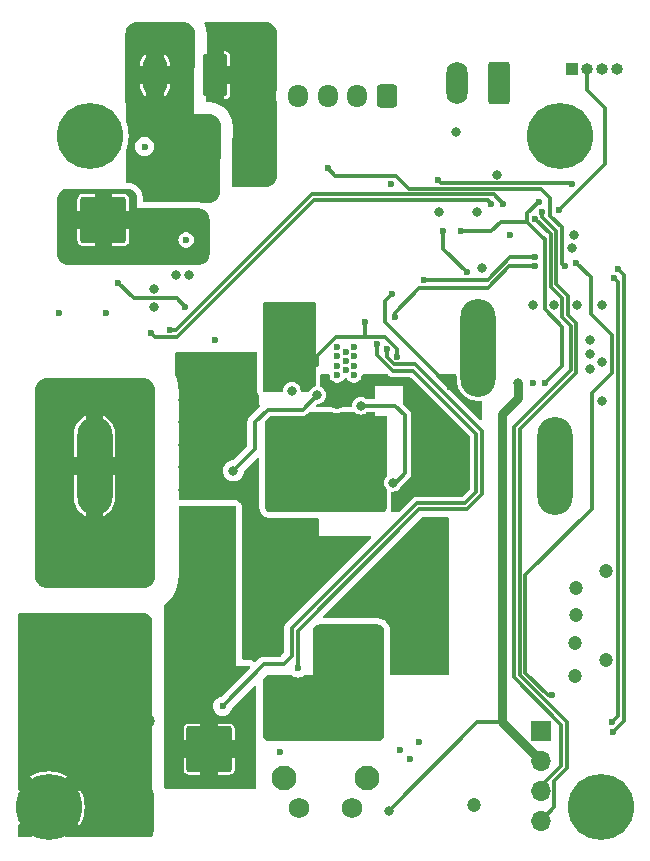
<source format=gbr>
%TF.GenerationSoftware,KiCad,Pcbnew,8.0.7*%
%TF.CreationDate,2025-01-15T16:40:05+01:00*%
%TF.ProjectId,makita-ps,6d616b69-7461-42d7-9073-2e6b69636164,1*%
%TF.SameCoordinates,Original*%
%TF.FileFunction,Copper,L4,Bot*%
%TF.FilePolarity,Positive*%
%FSLAX46Y46*%
G04 Gerber Fmt 4.6, Leading zero omitted, Abs format (unit mm)*
G04 Created by KiCad (PCBNEW 8.0.7) date 2025-01-15 16:40:05*
%MOMM*%
%LPD*%
G01*
G04 APERTURE LIST*
G04 Aperture macros list*
%AMRoundRect*
0 Rectangle with rounded corners*
0 $1 Rounding radius*
0 $2 $3 $4 $5 $6 $7 $8 $9 X,Y pos of 4 corners*
0 Add a 4 corners polygon primitive as box body*
4,1,4,$2,$3,$4,$5,$6,$7,$8,$9,$2,$3,0*
0 Add four circle primitives for the rounded corners*
1,1,$1+$1,$2,$3*
1,1,$1+$1,$4,$5*
1,1,$1+$1,$6,$7*
1,1,$1+$1,$8,$9*
0 Add four rect primitives between the rounded corners*
20,1,$1+$1,$2,$3,$4,$5,0*
20,1,$1+$1,$4,$5,$6,$7,0*
20,1,$1+$1,$6,$7,$8,$9,0*
20,1,$1+$1,$8,$9,$2,$3,0*%
G04 Aperture macros list end*
%TA.AperFunction,ComponentPad*%
%ADD10RoundRect,0.250002X-1.699998X-1.699998X1.699998X-1.699998X1.699998X1.699998X-1.699998X1.699998X0*%
%TD*%
%TA.AperFunction,ComponentPad*%
%ADD11RoundRect,0.249999X0.790001X1.550001X-0.790001X1.550001X-0.790001X-1.550001X0.790001X-1.550001X0*%
%TD*%
%TA.AperFunction,ComponentPad*%
%ADD12O,2.080000X3.600000*%
%TD*%
%TA.AperFunction,ComponentPad*%
%ADD13R,1.700000X1.700000*%
%TD*%
%TA.AperFunction,ComponentPad*%
%ADD14O,1.700000X1.700000*%
%TD*%
%TA.AperFunction,ComponentPad*%
%ADD15RoundRect,0.250000X0.650000X1.550000X-0.650000X1.550000X-0.650000X-1.550000X0.650000X-1.550000X0*%
%TD*%
%TA.AperFunction,ComponentPad*%
%ADD16O,1.800000X3.600000*%
%TD*%
%TA.AperFunction,ComponentPad*%
%ADD17RoundRect,0.250000X0.600000X0.725000X-0.600000X0.725000X-0.600000X-0.725000X0.600000X-0.725000X0*%
%TD*%
%TA.AperFunction,ComponentPad*%
%ADD18O,1.700000X1.950000*%
%TD*%
%TA.AperFunction,ComponentPad*%
%ADD19C,2.100000*%
%TD*%
%TA.AperFunction,ComponentPad*%
%ADD20C,1.750000*%
%TD*%
%TA.AperFunction,ComponentPad*%
%ADD21R,1.000000X1.000000*%
%TD*%
%TA.AperFunction,ComponentPad*%
%ADD22O,1.000000X1.000000*%
%TD*%
%TA.AperFunction,ComponentPad*%
%ADD23O,3.000000X8.300000*%
%TD*%
%TA.AperFunction,ComponentPad*%
%ADD24C,5.600000*%
%TD*%
%TA.AperFunction,ViaPad*%
%ADD25C,1.200000*%
%TD*%
%TA.AperFunction,ViaPad*%
%ADD26C,0.800000*%
%TD*%
%TA.AperFunction,ViaPad*%
%ADD27C,0.600000*%
%TD*%
%TA.AperFunction,Conductor*%
%ADD28C,0.350000*%
%TD*%
%TA.AperFunction,Conductor*%
%ADD29C,0.750000*%
%TD*%
G04 APERTURE END LIST*
D10*
%TO.P,J7,1,Pin_1*%
%TO.N,+12V*%
X138437000Y-129066000D03*
%TD*%
D11*
%TO.P,J1,1,Pin_1*%
%TO.N,PGND*%
X138929000Y-72000000D03*
D12*
%TO.P,J1,2,Pin_2*%
%TO.N,/+12V_OUT*%
X133849000Y-72000000D03*
%TD*%
D13*
%TO.P,J6,1,Pin_1*%
%TO.N,PGND*%
X166504000Y-127542000D03*
D14*
%TO.P,J6,2,Pin_2*%
%TO.N,+3V3*%
X166504000Y-130082000D03*
%TO.P,J6,3,Pin_3*%
%TO.N,/SCL*%
X166504000Y-132622000D03*
%TO.P,J6,4,Pin_4*%
%TO.N,/SDA*%
X166504000Y-135162000D03*
%TD*%
D15*
%TO.P,J4,1,Pin_1*%
%TO.N,/CAN-*%
X162948000Y-72678000D03*
D16*
%TO.P,J4,2,Pin_2*%
%TO.N,/CAN+*%
X159448000Y-72678000D03*
%TD*%
D17*
%TO.P,J3,1,Pin_1*%
%TO.N,PGND*%
X153479000Y-73750000D03*
D18*
%TO.P,J3,2,Pin_2*%
%TO.N,/PWR_BTN*%
X150979000Y-73750000D03*
%TO.P,J3,3,Pin_3*%
%TO.N,/AUX_R*%
X148479000Y-73750000D03*
%TO.P,J3,4,Pin_4*%
%TO.N,+3V3*%
X145979000Y-73750000D03*
%TD*%
D10*
%TO.P,J5,1,Pin_1*%
%TO.N,/+12V_CS*%
X129479000Y-84250000D03*
%TD*%
D19*
%TO.P,SW1,*%
%TO.N,*%
X151754000Y-131547500D03*
X144744000Y-131547500D03*
D20*
%TO.P,SW1,1,1*%
%TO.N,PGND*%
X150504000Y-134037500D03*
%TO.P,SW1,2,2*%
%TO.N,Net-(RN2D-R4.2)*%
X146004000Y-134037500D03*
%TD*%
D21*
%TO.P,J2,1,Pin_1*%
%TO.N,PGND*%
X169189000Y-71500000D03*
D22*
%TO.P,J2,2,Pin_2*%
%TO.N,/~{RST}*%
X170459000Y-71500000D03*
%TO.P,J2,3,Pin_3*%
%TO.N,/SWCLK*%
X171729000Y-71500000D03*
%TO.P,J2,4,Pin_4*%
%TO.N,/SWDIO*%
X172999000Y-71500000D03*
%TD*%
D23*
%TO.P,BT1,+,+*%
%TO.N,VDD*%
X167729000Y-105075000D03*
%TO.P,BT1,-,-*%
%TO.N,/BT_RAW*%
X128729000Y-105075000D03*
D24*
%TO.P,BT1,M,M*%
%TO.N,PGND*%
X171624000Y-134000000D03*
X168144000Y-77156000D03*
X128314000Y-77156000D03*
X124834000Y-134000000D03*
D23*
%TO.P,BT1,T,T*%
%TO.N,Net-(BT1-PadT)*%
X161229000Y-95075000D03*
%TD*%
D25*
%TO.N,PGND*%
X125729000Y-119000000D03*
D26*
X170644200Y-95639600D03*
X159336000Y-76800000D03*
X139834000Y-101380000D03*
X139834000Y-103285000D03*
X156729000Y-109800000D03*
D25*
X124309000Y-126700000D03*
X125729000Y-122000000D03*
D26*
X156344000Y-113445000D03*
X154439000Y-115350000D03*
X156344000Y-117255000D03*
X161552000Y-88299000D03*
D27*
X149979000Y-97000000D03*
D26*
X171660200Y-96300000D03*
D25*
X128729000Y-122000000D03*
D26*
X148129000Y-112500000D03*
X156344000Y-111540000D03*
X137929000Y-105190000D03*
D25*
X143529000Y-78250000D03*
D27*
X153829000Y-81200000D03*
D25*
X133229000Y-126700000D03*
D26*
X150729000Y-116405000D03*
X136229000Y-105190000D03*
D25*
X131729000Y-125000000D03*
D26*
X139834000Y-107095000D03*
X137924000Y-97700000D03*
X144279000Y-115350000D03*
D25*
X141279000Y-78250000D03*
D26*
X136229000Y-103285000D03*
D27*
X149279000Y-97400000D03*
D25*
X125609000Y-126700000D03*
D26*
X139829000Y-97700000D03*
X154439000Y-117255000D03*
D25*
X131729000Y-119000000D03*
D27*
X149279000Y-96600000D03*
D25*
X131929000Y-126700000D03*
X125729000Y-125000000D03*
D26*
X137929000Y-103285000D03*
D25*
X141279000Y-80500000D03*
D26*
X170644200Y-94420400D03*
X137929000Y-101380000D03*
X144279000Y-111540000D03*
X144279000Y-113445000D03*
X156344000Y-121065000D03*
D25*
X143529000Y-80500000D03*
D26*
X136229000Y-107095000D03*
X171711000Y-99602000D03*
X148129000Y-114405000D03*
X145422012Y-98713000D03*
D25*
X169529000Y-115400000D03*
D26*
X156344000Y-115350000D03*
X141729000Y-97700000D03*
X139829000Y-95900000D03*
D27*
X149279000Y-95000000D03*
D25*
X169429000Y-120100000D03*
D26*
X146184000Y-115350000D03*
X170644200Y-96909600D03*
D27*
X150679000Y-95000000D03*
D26*
X144229000Y-120800000D03*
D27*
X149979000Y-95400000D03*
D26*
X146629000Y-110000000D03*
D27*
X150679000Y-96600000D03*
X125729000Y-92100000D03*
D26*
X146184000Y-113445000D03*
D25*
X169529000Y-117700000D03*
D26*
X157929000Y-83600000D03*
X139829000Y-99500000D03*
D25*
X131729000Y-122000000D03*
D26*
X146184000Y-111540000D03*
D27*
X150679000Y-95800000D03*
D25*
X143529000Y-76000000D03*
D26*
X133729000Y-91632500D03*
X137929000Y-107095000D03*
X136224000Y-99500000D03*
D25*
X130629000Y-126700000D03*
D26*
X136129000Y-95900000D03*
D27*
X150679000Y-97400000D03*
X149979000Y-96200000D03*
X149279000Y-95800000D03*
D26*
X154439000Y-113445000D03*
X154429000Y-121065000D03*
X150029000Y-112500000D03*
X144279000Y-119160000D03*
D25*
X172000000Y-114000000D03*
X128729000Y-125000000D03*
D26*
X136129000Y-97700000D03*
D25*
X172029000Y-121500000D03*
D26*
X154439000Y-119160000D03*
X137924000Y-99500000D03*
D25*
X126909000Y-126700000D03*
X169429000Y-122900000D03*
D26*
X154929000Y-111540000D03*
X144279000Y-117255000D03*
X141729000Y-95900000D03*
D25*
X128729000Y-119000000D03*
D26*
X136229000Y-101380000D03*
X152629000Y-116405000D03*
X137924000Y-95900000D03*
X152629000Y-114500000D03*
X141729000Y-99500000D03*
D25*
X141279000Y-76000000D03*
X160829000Y-133800000D03*
D26*
X156344000Y-119160000D03*
X144829000Y-110000000D03*
X169188132Y-86643846D03*
D27*
%TO.N,Net-(D2-K)*%
X158228992Y-85200000D03*
X160229000Y-88700000D03*
D26*
%TO.N,Net-(Q2-G)*%
X147581000Y-99094000D03*
X140479000Y-105500000D03*
%TO.N,AGND*%
X145295000Y-96681000D03*
D27*
X151645000Y-92871000D03*
X145168000Y-91855000D03*
X145041000Y-93379000D03*
X147479000Y-96450000D03*
X154378258Y-95858258D03*
D26*
%TO.N,Net-(Q3-G)*%
X151264000Y-99982998D03*
X153978992Y-106500000D03*
D27*
%TO.N,Net-(U3-IN-)*%
X132959000Y-78050000D03*
D26*
X135592808Y-88936192D03*
D25*
%TO.N,+12V*%
X136629000Y-113800000D03*
X140029000Y-121900000D03*
X137529000Y-123600000D03*
X136529000Y-110000000D03*
X141729000Y-125400000D03*
X136629000Y-118700000D03*
D26*
%TO.N,VDD*%
X149229000Y-99852996D03*
X159265000Y-104123200D03*
X156217000Y-104123200D03*
X157233000Y-105139200D03*
X158249000Y-103107200D03*
X156217000Y-103107200D03*
D27*
X153929000Y-90500000D03*
D26*
X157233000Y-103107200D03*
X156217000Y-105139200D03*
X157233000Y-102091200D03*
X158249000Y-104123200D03*
D27*
X158829000Y-98400000D03*
D26*
X157233000Y-104123200D03*
X158249000Y-102091200D03*
X159265000Y-102091200D03*
X159265000Y-105139200D03*
X156217000Y-102091200D03*
X158249000Y-105139200D03*
X159265000Y-103107200D03*
D27*
%TO.N,Net-(U3-IN+)*%
X136479000Y-85950016D03*
D26*
X136729000Y-88900000D03*
D25*
%TO.N,/BT_RAW*%
X133229000Y-113240000D03*
X126909000Y-113240000D03*
X124309000Y-113240000D03*
X131929000Y-113240000D03*
X125609000Y-113240000D03*
X130629000Y-113240000D03*
D27*
%TO.N,/EN_12V*%
X166029000Y-88200000D03*
X154129000Y-92490000D03*
%TO.N,/PG_12V*%
X166029000Y-87400000D03*
X156662000Y-89315000D03*
D26*
%TO.N,/SW*%
X146819000Y-104123200D03*
D25*
X148329000Y-107900000D03*
D26*
X143771000Y-103107200D03*
X143771000Y-104123200D03*
X145803000Y-105139200D03*
X146819000Y-105139200D03*
D25*
X152129000Y-107900000D03*
X150229000Y-107900000D03*
D26*
X143771000Y-102091200D03*
X144787000Y-102091200D03*
X146819000Y-103107200D03*
X145803000Y-102091200D03*
X144787000Y-104123200D03*
X145803000Y-104123200D03*
X143771000Y-105139200D03*
X146819000Y-102091200D03*
X144787000Y-103107200D03*
X144787000Y-105139200D03*
X145803000Y-103107200D03*
D25*
%TO.N,/LOUT*%
X152129000Y-122200000D03*
X146929000Y-124900000D03*
X150229000Y-122200000D03*
X144929000Y-126500000D03*
X148329000Y-122200000D03*
X143929000Y-123400000D03*
D27*
%TO.N,+3V3*%
X163929000Y-85561000D03*
D26*
X162829000Y-80425000D03*
X165869000Y-91474000D03*
X161129000Y-83600000D03*
D27*
X165869000Y-98078000D03*
D26*
X167625000Y-91474000D03*
X171711000Y-91474000D03*
X169328997Y-85499997D03*
D27*
X129729000Y-92100000D03*
D26*
X153629000Y-134300000D03*
X164599000Y-98078000D03*
X133729000Y-90125000D03*
X169534000Y-91474000D03*
D27*
%TO.N,/~{RST}*%
X168058000Y-83434519D03*
%TO.N,/SDA*%
X163321000Y-82900000D03*
X166653899Y-83572917D03*
X135104000Y-93600000D03*
%TO.N,/SCL*%
X166055285Y-84182000D03*
X162321000Y-82900000D03*
X133500385Y-93822652D03*
%TO.N,/CAN_TX*%
X157829000Y-80900000D03*
X169128998Y-81200000D03*
%TO.N,/EN_3V3*%
X166829000Y-98100000D03*
X166329000Y-82700006D03*
X159729000Y-85200000D03*
D25*
%TO.N,/+12V_OUT*%
X138229000Y-76250000D03*
X134229000Y-75750000D03*
X138229000Y-80500000D03*
X138229000Y-78250000D03*
D27*
%TO.N,/PWR_BTN*%
X138929000Y-94400000D03*
X144429000Y-129300000D03*
%TO.N,/LED_R*%
X172529000Y-126800000D03*
X172728994Y-89200000D03*
X156229000Y-128500000D03*
%TO.N,/LED_B*%
X154629000Y-129100000D03*
X167429000Y-124500000D03*
X169529000Y-87900000D03*
%TO.N,/LED_G*%
X172629000Y-127600000D03*
X173034711Y-88400000D03*
X155429000Y-129900000D03*
%TO.N,Net-(U4-VOUT)*%
X152661000Y-94776000D03*
X139568306Y-125445414D03*
%TO.N,/AUX*%
X168529000Y-88200000D03*
X148479000Y-79900000D03*
D25*
%TO.N,/+12V_CS*%
X137229000Y-84000000D03*
X137229000Y-87500000D03*
D27*
%TO.N,Net-(JP1-C)*%
X130729000Y-89600000D03*
X136429000Y-91600000D03*
%TO.N,Net-(U4-ISNS+)*%
X145929000Y-122200000D03*
X153458627Y-95160000D03*
%TD*%
D28*
%TO.N,Net-(D2-K)*%
X158228992Y-86699992D02*
X158228992Y-85200000D01*
X160229000Y-88700000D02*
X158228992Y-86699992D01*
%TO.N,Net-(Q2-G)*%
X146361800Y-100313200D02*
X147581000Y-99094000D01*
X143415400Y-100313200D02*
X146361800Y-100313200D01*
X142329000Y-103650000D02*
X142329000Y-101399600D01*
X142329000Y-101399600D02*
X143415400Y-100313200D01*
X140479000Y-105500000D02*
X142329000Y-103650000D01*
%TO.N,AGND*%
X153304516Y-94141000D02*
X151645000Y-94141000D01*
X147528977Y-95764023D02*
X147528977Y-96500000D01*
X151645000Y-92871000D02*
X151645000Y-94141000D01*
X154378258Y-95214742D02*
X153304516Y-94141000D01*
X151645000Y-94141000D02*
X149152000Y-94141000D01*
X149152000Y-94141000D02*
X147528977Y-95764023D01*
X154378258Y-95858258D02*
X154378258Y-95214742D01*
%TO.N,Net-(Q3-G)*%
X154226488Y-106500000D02*
X155004000Y-105722488D01*
X155004000Y-105722488D02*
X155004000Y-100785809D01*
X155004000Y-100785809D02*
X154201189Y-99982998D01*
X154201189Y-99982998D02*
X151264000Y-99982998D01*
X153978992Y-106500000D02*
X154226488Y-106500000D01*
%TO.N,VDD*%
X153329000Y-91100000D02*
X153329000Y-92900000D01*
X153329000Y-92900000D02*
X158829000Y-98400000D01*
X153929000Y-90500000D02*
X153329000Y-91100000D01*
%TO.N,/EN_12V*%
X154129000Y-92100000D02*
X154129000Y-92490000D01*
X166029000Y-88200000D02*
X163829000Y-88200000D01*
X162029000Y-90000000D02*
X156229000Y-90000000D01*
X163829000Y-88200000D02*
X162029000Y-90000000D01*
X156229000Y-90000000D02*
X154129000Y-92100000D01*
%TO.N,/PG_12V*%
X166029000Y-87400000D02*
X163929000Y-87400000D01*
X162014000Y-89315000D02*
X156662000Y-89315000D01*
X163929000Y-87400000D02*
X162014000Y-89315000D01*
D29*
%TO.N,+3V3*%
X163229000Y-100718000D02*
X164599000Y-99348000D01*
D28*
X161122000Y-126807000D02*
X163229000Y-126807000D01*
D29*
X166504000Y-130082000D02*
X163229000Y-126807000D01*
D28*
X153629000Y-134300000D02*
X161122000Y-126807000D01*
D29*
X164599000Y-99348000D02*
X164599000Y-98078000D01*
X163229000Y-126807000D02*
X163229000Y-100718000D01*
D28*
%TO.N,/~{RST}*%
X171979000Y-74750000D02*
X170459000Y-73230000D01*
X168058000Y-83434519D02*
X171979000Y-79513519D01*
X171979000Y-79513519D02*
X171979000Y-74750000D01*
X170459000Y-73230000D02*
X170459000Y-71500000D01*
%TO.N,/SDA*%
X169529000Y-97200000D02*
X169529000Y-93000000D01*
X168829000Y-92300000D02*
X168829000Y-90700000D01*
X166653899Y-84024899D02*
X166653899Y-83572917D01*
X166504000Y-135162000D02*
X167659000Y-134007000D01*
X162521000Y-82100000D02*
X147100000Y-82100000D01*
X135600000Y-93600000D02*
X135104000Y-93600000D01*
X167659000Y-131748823D02*
X168709000Y-130698823D01*
X168829000Y-90700000D02*
X167820000Y-89691000D01*
X167820000Y-89691000D02*
X167820000Y-85191000D01*
X163321000Y-82900000D02*
X162521000Y-82100000D01*
X168709000Y-130698823D02*
X168709000Y-126758177D01*
X167659000Y-134007000D02*
X167659000Y-131748823D01*
X168709000Y-126758177D02*
X164729000Y-122778177D01*
X169529000Y-93000000D02*
X168829000Y-92300000D01*
X147100000Y-82100000D02*
X135600000Y-93600000D01*
X164729000Y-102000000D02*
X169529000Y-97200000D01*
X164729000Y-122778177D02*
X164729000Y-102000000D01*
X167820000Y-85191000D02*
X166653899Y-84024899D01*
%TO.N,/SCL*%
X133882733Y-94205000D02*
X133500385Y-93822652D01*
X166504000Y-132225000D02*
X166504000Y-132622000D01*
X167340000Y-85466715D02*
X167340000Y-89911000D01*
X164229000Y-101750000D02*
X164229000Y-123000000D01*
X162321000Y-82900000D02*
X162021000Y-82600000D01*
X164229000Y-123000000D02*
X168229000Y-127000000D01*
X147329000Y-82600000D02*
X135724000Y-94205000D01*
X167340000Y-89911000D02*
X168330000Y-90901000D01*
X168330000Y-92501000D02*
X169029000Y-93200000D01*
X168229000Y-127000000D02*
X168229000Y-130500000D01*
X166055285Y-84182000D02*
X167340000Y-85466715D01*
X162021000Y-82600000D02*
X147329000Y-82600000D01*
X168330000Y-90901000D02*
X168330000Y-92501000D01*
X135724000Y-94205000D02*
X133882733Y-94205000D01*
X168229000Y-130500000D02*
X166504000Y-132225000D01*
X169029000Y-93200000D02*
X169029000Y-96950000D01*
X169029000Y-96950000D02*
X164229000Y-101750000D01*
%TO.N,/CAN_TX*%
X157829000Y-80900000D02*
X158069000Y-81140000D01*
X169068998Y-81140000D02*
X169128998Y-81200000D01*
X158069000Y-81140000D02*
X169068998Y-81140000D01*
%TO.N,/EN_3V3*%
X166829000Y-98100000D02*
X168330000Y-96599000D01*
X162329000Y-85200000D02*
X163129000Y-84400000D01*
X165529000Y-84600000D02*
X165329000Y-84400000D01*
X165329000Y-83700006D02*
X166329000Y-82700006D01*
X163129000Y-84400000D02*
X165329000Y-84400000D01*
X166629000Y-85700000D02*
X165529000Y-84600000D01*
X168330000Y-93301000D02*
X166929000Y-91900000D01*
X159729000Y-85200000D02*
X162329000Y-85200000D01*
X168330000Y-96599000D02*
X168330000Y-93301000D01*
X166829000Y-91800000D02*
X166829000Y-91500000D01*
X166829000Y-91500000D02*
X166829000Y-85900000D01*
X166829000Y-85900000D02*
X166629000Y-85700000D01*
X166929000Y-91900000D02*
X166829000Y-91800000D01*
X165329000Y-84400000D02*
X165329000Y-83700006D01*
%TO.N,/LED_R*%
X172529000Y-126800000D02*
X173029000Y-126300000D01*
X173029000Y-126300000D02*
X173029000Y-89500006D01*
X173029000Y-89500006D02*
X172728994Y-89200000D01*
%TO.N,/LED_B*%
X170829000Y-108700000D02*
X165209000Y-114320000D01*
X170729000Y-89100000D02*
X170729000Y-92200000D01*
X170829000Y-98900000D02*
X170829000Y-108700000D01*
X165209000Y-114320000D02*
X165209000Y-122579355D01*
X170729000Y-92200000D02*
X172529000Y-94000000D01*
X165209000Y-122579355D02*
X167129645Y-124500000D01*
X169529000Y-87900000D02*
X170729000Y-89100000D01*
X172529000Y-97200000D02*
X170829000Y-98900000D01*
X167129645Y-124500000D02*
X167429000Y-124500000D01*
X172529000Y-94000000D02*
X172529000Y-97200000D01*
%TO.N,/LED_G*%
X173529000Y-126700000D02*
X173529000Y-88894289D01*
X173529000Y-88894289D02*
X173034711Y-88400000D01*
X172629000Y-127600000D02*
X173529000Y-126700000D01*
%TO.N,Net-(U4-VOUT)*%
X144729000Y-121900000D02*
X143113720Y-121900000D01*
X145422000Y-118842500D02*
X145422000Y-121207000D01*
X152661000Y-95708822D02*
X154014178Y-97062000D01*
X155702100Y-97062000D02*
X161043000Y-102402900D01*
X152661000Y-94776000D02*
X152661000Y-95708822D01*
X154014178Y-97062000D02*
X155702100Y-97062000D01*
X156026500Y-108238000D02*
X145422000Y-118842500D01*
X161043000Y-102402900D02*
X161043000Y-107305178D01*
X161043000Y-107305178D02*
X160110178Y-108238000D01*
X145422000Y-121207000D02*
X144729000Y-121900000D01*
X143113720Y-121900000D02*
X139568306Y-125445414D01*
X160110178Y-108238000D02*
X156026500Y-108238000D01*
%TO.N,/AUX*%
X155349000Y-81620000D02*
X154529000Y-80800000D01*
X156349000Y-81620000D02*
X155349000Y-81620000D01*
X168300000Y-87971000D02*
X168300000Y-84871000D01*
X167329000Y-82400000D02*
X166549000Y-81620000D01*
X168300000Y-84871000D02*
X167329000Y-83900000D01*
X149079000Y-80500000D02*
X148479000Y-79900000D01*
X152329000Y-80500000D02*
X149079000Y-80500000D01*
X168529000Y-88200000D02*
X168300000Y-87971000D01*
X154229000Y-80500000D02*
X152329000Y-80500000D01*
X167329000Y-83900000D02*
X167329000Y-82400000D01*
X154529000Y-80800000D02*
X154229000Y-80500000D01*
X166549000Y-81620000D02*
X156349000Y-81620000D01*
%TO.N,Net-(JP1-C)*%
X136429000Y-91600000D02*
X135729000Y-90900000D01*
X132029000Y-90900000D02*
X130729000Y-89600000D01*
X135729000Y-90900000D02*
X132029000Y-90900000D01*
%TO.N,Net-(U4-ISNS+)*%
X160281000Y-108746000D02*
X161551000Y-107476000D01*
X154094258Y-96463258D02*
X155892258Y-96463258D01*
X145929000Y-119034000D02*
X156217000Y-108746000D01*
X161551000Y-107476000D02*
X161551000Y-102122000D01*
X155892258Y-96463258D02*
X159671400Y-100242400D01*
X145929000Y-122200000D02*
X145929000Y-119034000D01*
X153458627Y-95160000D02*
X153458627Y-95827627D01*
X153458627Y-95827627D02*
X154094258Y-96463258D01*
X161551000Y-102122000D02*
X159671400Y-100242400D01*
X156217000Y-108746000D02*
X160281000Y-108746000D01*
%TD*%
%TA.AperFunction,Conductor*%
%TO.N,/BT_RAW*%
G36*
X132845061Y-97655597D02*
G01*
X133021941Y-97673018D01*
X133045769Y-97677757D01*
X133210001Y-97727576D01*
X133232453Y-97736877D01*
X133383798Y-97817772D01*
X133404010Y-97831277D01*
X133536666Y-97940145D01*
X133553854Y-97957333D01*
X133662722Y-98089989D01*
X133676227Y-98110201D01*
X133757121Y-98261543D01*
X133766424Y-98284001D01*
X133816240Y-98448224D01*
X133820982Y-98472065D01*
X133838403Y-98648938D01*
X133839000Y-98661092D01*
X133839000Y-99180609D01*
X133838022Y-99196154D01*
X133837718Y-99198554D01*
X133818754Y-99499994D01*
X133818754Y-99500005D01*
X133837719Y-99801456D01*
X133838021Y-99803844D01*
X133839000Y-99819391D01*
X133839000Y-101133778D01*
X133838755Y-101141564D01*
X133823754Y-101379994D01*
X133823754Y-101380005D01*
X133838755Y-101618434D01*
X133839000Y-101626220D01*
X133839000Y-103038778D01*
X133838755Y-103046564D01*
X133823754Y-103284994D01*
X133823754Y-103285005D01*
X133838755Y-103523434D01*
X133839000Y-103531220D01*
X133839000Y-104943778D01*
X133838755Y-104951564D01*
X133823754Y-105189994D01*
X133823754Y-105190005D01*
X133838755Y-105428434D01*
X133839000Y-105436220D01*
X133839000Y-106848778D01*
X133838755Y-106856564D01*
X133823754Y-107094994D01*
X133823754Y-107095005D01*
X133838755Y-107333434D01*
X133839000Y-107341220D01*
X133839000Y-114418907D01*
X133838403Y-114431061D01*
X133820982Y-114607934D01*
X133816240Y-114631775D01*
X133766424Y-114795998D01*
X133757121Y-114818456D01*
X133676227Y-114969798D01*
X133662722Y-114990010D01*
X133553854Y-115122666D01*
X133536666Y-115139854D01*
X133404010Y-115248722D01*
X133383798Y-115262227D01*
X133232456Y-115343121D01*
X133209998Y-115352424D01*
X133045775Y-115402240D01*
X133021934Y-115406982D01*
X132845061Y-115424403D01*
X132832907Y-115425000D01*
X124705093Y-115425000D01*
X124692939Y-115424403D01*
X124516065Y-115406982D01*
X124492224Y-115402240D01*
X124328001Y-115352424D01*
X124305543Y-115343121D01*
X124154201Y-115262227D01*
X124133989Y-115248722D01*
X124001333Y-115139854D01*
X123984145Y-115122666D01*
X123875277Y-114990010D01*
X123861772Y-114969798D01*
X123780878Y-114818456D01*
X123771575Y-114795998D01*
X123721757Y-114631769D01*
X123717018Y-114607941D01*
X123699597Y-114431061D01*
X123699000Y-114418907D01*
X123699000Y-107839694D01*
X126979000Y-107839694D01*
X126979001Y-107839710D01*
X127008942Y-108067137D01*
X127068318Y-108288730D01*
X127156102Y-108500659D01*
X127156106Y-108500668D01*
X127270809Y-108699338D01*
X127410455Y-108881329D01*
X127410461Y-108881336D01*
X127572663Y-109043538D01*
X127572670Y-109043544D01*
X127754661Y-109183190D01*
X127953331Y-109297893D01*
X127953345Y-109297900D01*
X127978999Y-109308526D01*
X127979000Y-109308526D01*
X129479000Y-109308526D01*
X129504654Y-109297900D01*
X129504668Y-109297893D01*
X129703338Y-109183190D01*
X129885329Y-109043544D01*
X129885336Y-109043538D01*
X130047538Y-108881336D01*
X130047544Y-108881329D01*
X130187190Y-108699338D01*
X130301893Y-108500668D01*
X130301897Y-108500659D01*
X130389681Y-108288730D01*
X130449057Y-108067137D01*
X130478998Y-107839710D01*
X130479000Y-107839694D01*
X130479000Y-105825000D01*
X129479000Y-105825000D01*
X129479000Y-109308526D01*
X127979000Y-109308526D01*
X127979000Y-105825000D01*
X126979000Y-105825000D01*
X126979000Y-107839694D01*
X123699000Y-107839694D01*
X123699000Y-102310305D01*
X126979000Y-102310305D01*
X126979000Y-104325000D01*
X127979000Y-104325000D01*
X127979000Y-102359174D01*
X128229000Y-102359174D01*
X128229000Y-107790826D01*
X128263075Y-107917993D01*
X128328901Y-108032007D01*
X128421993Y-108125099D01*
X128536007Y-108190925D01*
X128663174Y-108225000D01*
X128794826Y-108225000D01*
X128921993Y-108190925D01*
X129036007Y-108125099D01*
X129129099Y-108032007D01*
X129194925Y-107917993D01*
X129229000Y-107790826D01*
X129229000Y-104325000D01*
X129479000Y-104325000D01*
X130479000Y-104325000D01*
X130479000Y-102310305D01*
X130478998Y-102310289D01*
X130449057Y-102082862D01*
X130389681Y-101861269D01*
X130301897Y-101649340D01*
X130301893Y-101649331D01*
X130187190Y-101450661D01*
X130047544Y-101268670D01*
X130047538Y-101268663D01*
X129885336Y-101106461D01*
X129885329Y-101106455D01*
X129703338Y-100966809D01*
X129504666Y-100852105D01*
X129504655Y-100852100D01*
X129479000Y-100841472D01*
X129479000Y-104325000D01*
X129229000Y-104325000D01*
X129229000Y-102359174D01*
X129194925Y-102232007D01*
X129129099Y-102117993D01*
X129036007Y-102024901D01*
X128921993Y-101959075D01*
X128794826Y-101925000D01*
X128663174Y-101925000D01*
X128536007Y-101959075D01*
X128421993Y-102024901D01*
X128328901Y-102117993D01*
X128263075Y-102232007D01*
X128229000Y-102359174D01*
X127979000Y-102359174D01*
X127979000Y-100841473D01*
X127978999Y-100841472D01*
X127953344Y-100852100D01*
X127953333Y-100852105D01*
X127754661Y-100966809D01*
X127572670Y-101106455D01*
X127572663Y-101106461D01*
X127410461Y-101268663D01*
X127410455Y-101268670D01*
X127270809Y-101450661D01*
X127156106Y-101649331D01*
X127156102Y-101649340D01*
X127068318Y-101861269D01*
X127008942Y-102082862D01*
X126979001Y-102310289D01*
X126979000Y-102310305D01*
X123699000Y-102310305D01*
X123699000Y-98661092D01*
X123699597Y-98648938D01*
X123717018Y-98472056D01*
X123721757Y-98448232D01*
X123771577Y-98283994D01*
X123780875Y-98261549D01*
X123861775Y-98110195D01*
X123875272Y-98089995D01*
X123984149Y-97957328D01*
X124001328Y-97940149D01*
X124133995Y-97831272D01*
X124154195Y-97817775D01*
X124305549Y-97736875D01*
X124327994Y-97727577D01*
X124492232Y-97677757D01*
X124516056Y-97673018D01*
X124692939Y-97655597D01*
X124705093Y-97655000D01*
X132832907Y-97655000D01*
X132845061Y-97655597D01*
G37*
%TD.AperFunction*%
%TD*%
%TA.AperFunction,Conductor*%
%TO.N,PGND*%
G36*
X123351221Y-134614187D02*
G01*
X123465557Y-134838583D01*
X123613588Y-135042330D01*
X123791670Y-135220412D01*
X123995417Y-135368443D01*
X124219813Y-135482779D01*
X124364778Y-135529880D01*
X123431480Y-136463181D01*
X123370157Y-136496666D01*
X123343799Y-136499500D01*
X122343588Y-136499500D01*
X122276549Y-136479815D01*
X122230794Y-136427011D01*
X122219588Y-136375483D01*
X122219612Y-136206775D01*
X122219696Y-135604982D01*
X122239390Y-135537949D01*
X122256015Y-135517322D01*
X123304118Y-134469219D01*
X123351221Y-134614187D01*
G37*
%TD.AperFunction*%
%TA.AperFunction,Conductor*%
G36*
X132735061Y-117500597D02*
G01*
X132911941Y-117518018D01*
X132935769Y-117522757D01*
X133100001Y-117572576D01*
X133122453Y-117581877D01*
X133170234Y-117607416D01*
X133273798Y-117662772D01*
X133294010Y-117676277D01*
X133426666Y-117785145D01*
X133443854Y-117802333D01*
X133552722Y-117934989D01*
X133566225Y-117955197D01*
X133603859Y-118025605D01*
X133618500Y-118084055D01*
X133618500Y-132311007D01*
X133630876Y-132468267D01*
X133630877Y-132468279D01*
X133635723Y-132498881D01*
X133648230Y-132563908D01*
X133648230Y-132563911D01*
X133713059Y-132756763D01*
X133715656Y-132762490D01*
X133714295Y-132763107D01*
X133729000Y-132817609D01*
X133729000Y-135993907D01*
X133728403Y-136006061D01*
X133710982Y-136182934D01*
X133706240Y-136206775D01*
X133656424Y-136370998D01*
X133647122Y-136393454D01*
X133625477Y-136433951D01*
X133576516Y-136483796D01*
X133516118Y-136499500D01*
X126324201Y-136499500D01*
X126257162Y-136479815D01*
X126236520Y-136463181D01*
X125303221Y-135529880D01*
X125448187Y-135482779D01*
X125672583Y-135368443D01*
X125876330Y-135220412D01*
X126054412Y-135042330D01*
X126202443Y-134838583D01*
X126316779Y-134614187D01*
X126363881Y-134469221D01*
X127455936Y-135561276D01*
X127586290Y-135325419D01*
X127717380Y-135008935D01*
X127812214Y-134679762D01*
X127812216Y-134679754D01*
X127869596Y-134342037D01*
X127869598Y-134342025D01*
X127888805Y-134000000D01*
X127869598Y-133657974D01*
X127869596Y-133657962D01*
X127812216Y-133320245D01*
X127812214Y-133320237D01*
X127717380Y-132991064D01*
X127586288Y-132674575D01*
X127586286Y-132674571D01*
X127455936Y-132438722D01*
X126363880Y-133530777D01*
X126316779Y-133385813D01*
X126202443Y-133161417D01*
X126054412Y-132957670D01*
X125876330Y-132779588D01*
X125672583Y-132631557D01*
X125448187Y-132517221D01*
X125303220Y-132470118D01*
X126395276Y-131378062D01*
X126159428Y-131247713D01*
X126159424Y-131247711D01*
X125842935Y-131116619D01*
X125513762Y-131021785D01*
X125513754Y-131021783D01*
X125176037Y-130964403D01*
X125176025Y-130964401D01*
X124834000Y-130945194D01*
X124491974Y-130964401D01*
X124491962Y-130964403D01*
X124154245Y-131021783D01*
X124154237Y-131021785D01*
X123825064Y-131116619D01*
X123508575Y-131247711D01*
X123508571Y-131247713D01*
X123272722Y-131378062D01*
X124364779Y-132470118D01*
X124219813Y-132517221D01*
X123995417Y-132631557D01*
X123791670Y-132779588D01*
X123613588Y-132957670D01*
X123465557Y-133161417D01*
X123351221Y-133385813D01*
X123304118Y-133530779D01*
X122256467Y-132483128D01*
X122222982Y-132421805D01*
X122220148Y-132395439D01*
X122222216Y-117716753D01*
X122241909Y-117649721D01*
X122287760Y-117607418D01*
X122335547Y-117581876D01*
X122357998Y-117572576D01*
X122522232Y-117522757D01*
X122546056Y-117518018D01*
X122722939Y-117500597D01*
X122735093Y-117500000D01*
X132722907Y-117500000D01*
X132735061Y-117500597D01*
G37*
%TD.AperFunction*%
%TD*%
%TA.AperFunction,Conductor*%
%TO.N,/+12V_CS*%
G36*
X131490922Y-81600779D02*
G01*
X131653699Y-81619120D01*
X131680763Y-81625297D01*
X131828768Y-81677087D01*
X131853778Y-81689130D01*
X131970978Y-81762772D01*
X131986551Y-81772557D01*
X132008260Y-81789870D01*
X132119129Y-81900739D01*
X132136442Y-81922448D01*
X132219867Y-82055218D01*
X132231914Y-82080235D01*
X132283701Y-82228232D01*
X132289880Y-82255303D01*
X132306736Y-82404910D01*
X132308996Y-82424963D01*
X132308998Y-82425000D01*
X132309000Y-82425000D01*
X132309000Y-83250000D01*
X133133987Y-83253341D01*
X133133988Y-83253342D01*
X133133990Y-83253343D01*
X133271240Y-83253899D01*
X137476981Y-83270940D01*
X137489087Y-83271582D01*
X137665454Y-83289629D01*
X137689203Y-83294441D01*
X137852854Y-83344672D01*
X137875206Y-83354010D01*
X138025950Y-83435125D01*
X138046070Y-83448643D01*
X138178141Y-83557536D01*
X138195244Y-83574708D01*
X138303604Y-83707222D01*
X138317040Y-83727398D01*
X138397538Y-83878458D01*
X138406794Y-83900868D01*
X138456356Y-84064703D01*
X138461074Y-84088485D01*
X138478406Y-84264909D01*
X138479000Y-84277032D01*
X138479000Y-87093907D01*
X138478403Y-87106061D01*
X138460982Y-87282934D01*
X138456240Y-87306775D01*
X138406424Y-87470998D01*
X138397121Y-87493456D01*
X138316227Y-87644798D01*
X138302722Y-87665010D01*
X138193854Y-87797666D01*
X138176666Y-87814854D01*
X138044010Y-87923722D01*
X138023798Y-87937227D01*
X137872456Y-88018121D01*
X137849998Y-88027424D01*
X137685775Y-88077240D01*
X137661934Y-88081982D01*
X137485061Y-88099403D01*
X137472907Y-88100000D01*
X126535093Y-88100000D01*
X126522939Y-88099403D01*
X126346065Y-88081982D01*
X126322224Y-88077240D01*
X126158001Y-88027424D01*
X126135543Y-88018121D01*
X125984201Y-87937227D01*
X125963989Y-87923722D01*
X125831333Y-87814854D01*
X125814145Y-87797666D01*
X125705277Y-87665010D01*
X125691772Y-87644798D01*
X125610878Y-87493456D01*
X125601575Y-87470998D01*
X125551757Y-87306769D01*
X125547018Y-87282941D01*
X125529597Y-87106061D01*
X125529000Y-87093907D01*
X125529000Y-82606092D01*
X125529597Y-82593938D01*
X125538635Y-82502174D01*
X125538637Y-82502157D01*
X127279000Y-82502157D01*
X127279000Y-83500000D01*
X128478822Y-83500000D01*
X128409904Y-83594857D01*
X128320580Y-83770167D01*
X128259779Y-83957291D01*
X128229000Y-84151623D01*
X128229000Y-84348377D01*
X128259779Y-84542709D01*
X128320580Y-84729833D01*
X128409904Y-84905143D01*
X128478822Y-85000000D01*
X127279000Y-85000000D01*
X127279000Y-85997842D01*
X127285402Y-86057375D01*
X127285403Y-86057380D01*
X127335647Y-86192087D01*
X127421811Y-86307188D01*
X127536912Y-86393352D01*
X127536911Y-86393352D01*
X127671619Y-86443596D01*
X127671624Y-86443597D01*
X127731157Y-86449999D01*
X127731174Y-86450000D01*
X128729000Y-86450000D01*
X128729000Y-85250177D01*
X128823857Y-85319096D01*
X128999167Y-85408420D01*
X129186291Y-85469221D01*
X129380623Y-85500000D01*
X129577377Y-85500000D01*
X129771709Y-85469221D01*
X129958833Y-85408420D01*
X130134143Y-85319096D01*
X130229000Y-85250177D01*
X130229000Y-86450000D01*
X131226826Y-86450000D01*
X131226842Y-86449999D01*
X131286375Y-86443597D01*
X131286380Y-86443596D01*
X131421087Y-86393352D01*
X131536188Y-86307188D01*
X131622352Y-86192087D01*
X131672596Y-86057380D01*
X131672597Y-86057375D01*
X131678999Y-85997842D01*
X131679000Y-85997825D01*
X131679000Y-85950015D01*
X135823722Y-85950015D01*
X135823722Y-85950016D01*
X135842762Y-86106834D01*
X135875095Y-86192087D01*
X135898780Y-86254539D01*
X135988517Y-86384546D01*
X136106760Y-86489299D01*
X136106762Y-86489300D01*
X136246634Y-86562712D01*
X136400014Y-86600516D01*
X136400015Y-86600516D01*
X136557985Y-86600516D01*
X136711365Y-86562712D01*
X136851240Y-86489299D01*
X136969483Y-86384546D01*
X137059220Y-86254539D01*
X137115237Y-86106834D01*
X137134278Y-85950016D01*
X137115237Y-85793198D01*
X137059220Y-85645493D01*
X136969483Y-85515486D01*
X136851240Y-85410733D01*
X136851238Y-85410732D01*
X136851237Y-85410731D01*
X136711365Y-85337319D01*
X136557986Y-85299516D01*
X136557985Y-85299516D01*
X136400015Y-85299516D01*
X136400014Y-85299516D01*
X136246634Y-85337319D01*
X136106762Y-85410731D01*
X135988516Y-85515487D01*
X135898781Y-85645491D01*
X135898780Y-85645492D01*
X135842762Y-85793197D01*
X135823722Y-85950015D01*
X131679000Y-85950015D01*
X131679000Y-85000000D01*
X130479178Y-85000000D01*
X130548096Y-84905143D01*
X130637420Y-84729833D01*
X130698221Y-84542709D01*
X130729000Y-84348377D01*
X130729000Y-84151623D01*
X130698221Y-83957291D01*
X130637420Y-83770167D01*
X130548096Y-83594857D01*
X130479178Y-83500000D01*
X131679000Y-83500000D01*
X131679000Y-82502174D01*
X131678999Y-82502157D01*
X131672597Y-82442624D01*
X131672596Y-82442619D01*
X131622352Y-82307912D01*
X131536188Y-82192811D01*
X131421087Y-82106647D01*
X131421088Y-82106647D01*
X131286380Y-82056403D01*
X131286375Y-82056402D01*
X131226842Y-82050000D01*
X130229000Y-82050000D01*
X130229000Y-83249822D01*
X130134143Y-83180904D01*
X129958833Y-83091580D01*
X129771709Y-83030779D01*
X129577377Y-83000000D01*
X129380623Y-83000000D01*
X129186291Y-83030779D01*
X128999167Y-83091580D01*
X128823857Y-83180904D01*
X128729000Y-83249822D01*
X128729000Y-82050000D01*
X127731157Y-82050000D01*
X127671624Y-82056402D01*
X127671619Y-82056403D01*
X127536912Y-82106647D01*
X127421811Y-82192811D01*
X127335647Y-82307912D01*
X127285403Y-82442619D01*
X127285402Y-82442624D01*
X127279000Y-82502157D01*
X125538637Y-82502157D01*
X125547018Y-82417056D01*
X125551757Y-82393232D01*
X125601577Y-82228994D01*
X125610875Y-82206549D01*
X125691775Y-82055195D01*
X125705272Y-82034995D01*
X125814149Y-81902328D01*
X125831328Y-81885149D01*
X125963995Y-81776272D01*
X125984195Y-81762775D01*
X126135549Y-81681875D01*
X126157994Y-81672577D01*
X126322232Y-81622757D01*
X126346056Y-81618018D01*
X126522939Y-81600597D01*
X126535093Y-81600000D01*
X131477040Y-81600000D01*
X131490922Y-81600779D01*
G37*
%TD.AperFunction*%
%TD*%
%TA.AperFunction,Conductor*%
%TO.N,PGND*%
G36*
X158688191Y-109440407D02*
G01*
X158724155Y-109489907D01*
X158729000Y-109520500D01*
X158729000Y-122712000D01*
X158710093Y-122770191D01*
X158660593Y-122806155D01*
X158630000Y-122811000D01*
X153833500Y-122811000D01*
X153775309Y-122792093D01*
X153739345Y-122742593D01*
X153734500Y-122712000D01*
X153734500Y-119004849D01*
X153734464Y-119003767D01*
X153733418Y-118971793D01*
X153732785Y-118962134D01*
X153729542Y-118929208D01*
X153714409Y-118814265D01*
X153701509Y-118749413D01*
X153696509Y-118730753D01*
X153675255Y-118668141D01*
X153632762Y-118565554D01*
X153603518Y-118506252D01*
X153593859Y-118489522D01*
X153557121Y-118434540D01*
X153489522Y-118346444D01*
X153445925Y-118296733D01*
X153432266Y-118283074D01*
X153432256Y-118283065D01*
X153382567Y-118239487D01*
X153382537Y-118239463D01*
X153294470Y-118171885D01*
X153294465Y-118171882D01*
X153293011Y-118170911D01*
X153239488Y-118135147D01*
X153233911Y-118131927D01*
X153222763Y-118125490D01*
X153163445Y-118096237D01*
X153163436Y-118096233D01*
X153060860Y-118053744D01*
X152998249Y-118032490D01*
X152998237Y-118032487D01*
X152979611Y-118027495D01*
X152979592Y-118027491D01*
X152914743Y-118014590D01*
X152914717Y-118014586D01*
X152799805Y-117999459D01*
X152799789Y-117999457D01*
X152799786Y-117999457D01*
X152766865Y-117996215D01*
X152766856Y-117996214D01*
X152766852Y-117996214D01*
X152757204Y-117995581D01*
X152724149Y-117994500D01*
X148162809Y-117994500D01*
X148104618Y-117975593D01*
X148068654Y-117926093D01*
X148068654Y-117864907D01*
X148092805Y-117825496D01*
X156467805Y-109450496D01*
X156522322Y-109422719D01*
X156537809Y-109421500D01*
X158630000Y-109421500D01*
X158688191Y-109440407D01*
G37*
%TD.AperFunction*%
%TA.AperFunction,Conductor*%
G36*
X142462691Y-95468907D02*
G01*
X142498655Y-95518407D01*
X142503500Y-95549000D01*
X142503500Y-98741000D01*
X142505741Y-98769474D01*
X142509721Y-98820062D01*
X142509722Y-98820067D01*
X142514567Y-98850662D01*
X142536126Y-98935134D01*
X142537743Y-98941467D01*
X142604887Y-99068719D01*
X142638754Y-99115333D01*
X142657661Y-99173523D01*
X142656704Y-99187252D01*
X142637863Y-99321794D01*
X142637861Y-99321815D01*
X142639185Y-99682405D01*
X142640134Y-99711570D01*
X142641009Y-99725815D01*
X142643632Y-99754824D01*
X142680866Y-99893795D01*
X142680868Y-99893800D01*
X142700470Y-99939579D01*
X142708369Y-99958025D01*
X142709991Y-99961171D01*
X142709196Y-99961580D01*
X142722471Y-100017519D01*
X142698908Y-100073985D01*
X142693801Y-100079495D01*
X141804303Y-100968995D01*
X141730383Y-101079623D01*
X141730379Y-101079632D01*
X141679460Y-101202560D01*
X141679458Y-101202566D01*
X141653500Y-101333066D01*
X141653500Y-103329191D01*
X141634593Y-103387382D01*
X141624504Y-103399195D01*
X140453195Y-104570504D01*
X140398678Y-104598281D01*
X140387811Y-104599136D01*
X140384362Y-104599498D01*
X140199200Y-104638855D01*
X140199194Y-104638857D01*
X140026277Y-104715845D01*
X140026268Y-104715850D01*
X139873129Y-104827111D01*
X139873124Y-104827116D01*
X139746469Y-104967781D01*
X139746465Y-104967787D01*
X139651825Y-105131706D01*
X139651819Y-105131720D01*
X139593327Y-105311738D01*
X139593326Y-105311742D01*
X139593326Y-105311744D01*
X139580242Y-105436234D01*
X139573540Y-105500000D01*
X139593327Y-105688261D01*
X139651819Y-105868279D01*
X139651825Y-105868293D01*
X139727015Y-105998525D01*
X139746467Y-106032216D01*
X139873129Y-106172888D01*
X140026270Y-106284151D01*
X140199197Y-106361144D01*
X140384354Y-106400500D01*
X140384357Y-106400500D01*
X140573643Y-106400500D01*
X140573646Y-106400500D01*
X140758803Y-106361144D01*
X140931730Y-106284151D01*
X141084871Y-106172888D01*
X141211533Y-106032216D01*
X141306179Y-105868284D01*
X141364674Y-105688256D01*
X141374941Y-105590558D01*
X141399827Y-105534664D01*
X141403376Y-105530923D01*
X142504497Y-104429803D01*
X142559013Y-104402027D01*
X142619445Y-104411598D01*
X142662710Y-104454863D01*
X142673500Y-104499808D01*
X142673500Y-108519649D01*
X142674582Y-108552718D01*
X142675431Y-108565654D01*
X142678669Y-108598537D01*
X142693149Y-108708549D01*
X142693152Y-108708567D01*
X142693153Y-108708570D01*
X142706050Y-108773421D01*
X142706053Y-108773432D01*
X142706054Y-108773437D01*
X142712735Y-108798374D01*
X142733986Y-108860986D01*
X142773950Y-108957482D01*
X142773957Y-108957498D01*
X142803180Y-109016765D01*
X142803184Y-109016773D01*
X142816101Y-109039150D01*
X142852822Y-109094118D01*
X142852824Y-109094120D01*
X142916401Y-109176995D01*
X142959968Y-109226687D01*
X142959971Y-109226690D01*
X142978209Y-109244935D01*
X142978218Y-109244943D01*
X142978232Y-109244957D01*
X143027940Y-109288564D01*
X143027951Y-109288572D01*
X143027960Y-109288580D01*
X143110784Y-109352154D01*
X143110811Y-109352173D01*
X143165759Y-109388900D01*
X143165766Y-109388904D01*
X143165773Y-109388909D01*
X143165780Y-109388913D01*
X143165788Y-109388918D01*
X143175706Y-109394645D01*
X143188147Y-109401831D01*
X143244474Y-109429621D01*
X143247423Y-109431076D01*
X143291053Y-109449158D01*
X143343898Y-109471060D01*
X143359786Y-109476457D01*
X143406486Y-109492321D01*
X143416385Y-109494976D01*
X143431440Y-109499014D01*
X143496288Y-109511931D01*
X143606324Y-109526446D01*
X143631317Y-109528912D01*
X143639265Y-109529697D01*
X143639270Y-109529697D01*
X143639277Y-109529698D01*
X143652193Y-109530547D01*
X143669972Y-109531133D01*
X143685206Y-109531636D01*
X143735521Y-109531649D01*
X147630027Y-109532707D01*
X147688212Y-109551630D01*
X147724163Y-109601140D01*
X147729000Y-109631707D01*
X147729000Y-111000000D01*
X152070191Y-111000000D01*
X152128382Y-111018907D01*
X152164346Y-111068407D01*
X152164346Y-111129593D01*
X152140195Y-111169004D01*
X144897301Y-118411898D01*
X144823383Y-118522523D01*
X144823379Y-118522532D01*
X144772460Y-118645460D01*
X144772458Y-118645466D01*
X144751780Y-118749424D01*
X144746500Y-118775966D01*
X144746500Y-120886191D01*
X144727593Y-120944382D01*
X144717504Y-120956195D01*
X144478195Y-121195504D01*
X144423678Y-121223281D01*
X144408191Y-121224500D01*
X143047186Y-121224500D01*
X142916684Y-121250459D01*
X142916682Y-121250459D01*
X142829758Y-121286463D01*
X142829759Y-121286464D01*
X142793751Y-121301379D01*
X142737664Y-121338856D01*
X142683114Y-121375304D01*
X142383222Y-121675195D01*
X142328706Y-121702972D01*
X142268274Y-121693400D01*
X142246280Y-121678130D01*
X142162925Y-121601629D01*
X142162924Y-121601628D01*
X142033810Y-121538148D01*
X141975592Y-121519232D01*
X141961827Y-121514976D01*
X141961813Y-121514973D01*
X141819416Y-121494500D01*
X141819411Y-121494500D01*
X141333500Y-121494500D01*
X141275309Y-121475593D01*
X141239345Y-121426093D01*
X141234500Y-121395500D01*
X141234500Y-108599006D01*
X141234500Y-108599000D01*
X141228278Y-108519930D01*
X141223433Y-108489337D01*
X141200257Y-108398533D01*
X141133113Y-108271281D01*
X141097149Y-108221781D01*
X141079518Y-108198917D01*
X140973514Y-108101629D01*
X140973513Y-108101628D01*
X140844399Y-108038148D01*
X140786181Y-108019232D01*
X140772416Y-108014976D01*
X140772402Y-108014973D01*
X140630005Y-107994500D01*
X140630000Y-107994500D01*
X135943500Y-107994500D01*
X135885309Y-107975593D01*
X135849345Y-107926093D01*
X135844500Y-107895500D01*
X135844500Y-107341234D01*
X135843508Y-107278130D01*
X135843263Y-107270368D01*
X135843263Y-107270359D01*
X135840297Y-107207505D01*
X135833609Y-107101213D01*
X135833609Y-107088783D01*
X135836339Y-107045394D01*
X135840297Y-106982493D01*
X135843263Y-106919639D01*
X135843508Y-106911853D01*
X135844500Y-106848778D01*
X135844500Y-105436220D01*
X135843508Y-105373145D01*
X135843263Y-105365359D01*
X135840297Y-105302505D01*
X135833609Y-105196213D01*
X135833609Y-105183783D01*
X135840297Y-105077493D01*
X135843263Y-105014639D01*
X135843508Y-105006853D01*
X135844500Y-104943778D01*
X135844500Y-103531220D01*
X135843508Y-103468145D01*
X135843263Y-103460359D01*
X135840297Y-103397505D01*
X135833609Y-103291213D01*
X135833609Y-103278783D01*
X135840297Y-103172493D01*
X135843263Y-103109639D01*
X135843508Y-103101853D01*
X135844500Y-103038778D01*
X135844500Y-101626220D01*
X135843508Y-101563145D01*
X135843263Y-101555359D01*
X135840297Y-101492505D01*
X135833609Y-101386213D01*
X135833609Y-101373783D01*
X135840297Y-101267493D01*
X135843263Y-101204639D01*
X135843508Y-101196853D01*
X135844500Y-101133778D01*
X135844500Y-99819391D01*
X135840536Y-99693354D01*
X135839557Y-99677807D01*
X135839250Y-99674568D01*
X135839005Y-99671459D01*
X135828609Y-99506213D01*
X135828609Y-99493781D01*
X135835017Y-99391924D01*
X135839012Y-99328413D01*
X135839256Y-99325336D01*
X135839565Y-99322079D01*
X135840543Y-99306534D01*
X135844500Y-99180609D01*
X135844500Y-98661092D01*
X135844427Y-98658134D01*
X135842085Y-98562713D01*
X135842085Y-98562701D01*
X135841488Y-98550547D01*
X135834245Y-98452359D01*
X135816824Y-98275486D01*
X135787951Y-98080833D01*
X135783209Y-98056992D01*
X135735385Y-97866063D01*
X135685569Y-97701840D01*
X135685560Y-97701817D01*
X135685556Y-97701802D01*
X135619250Y-97516497D01*
X135619247Y-97516488D01*
X135609944Y-97494030D01*
X135588147Y-97447947D01*
X135578642Y-97405602D01*
X135578982Y-95548982D01*
X135597900Y-95490795D01*
X135647407Y-95454840D01*
X135677982Y-95450000D01*
X142404500Y-95450000D01*
X142462691Y-95468907D01*
G37*
%TD.AperFunction*%
%TD*%
%TA.AperFunction,Conductor*%
%TO.N,/+12V_OUT*%
G36*
X136228656Y-67500602D02*
G01*
X136406241Y-67518164D01*
X136430176Y-67522945D01*
X136595007Y-67573162D01*
X136617529Y-67582533D01*
X136769337Y-67664067D01*
X136789589Y-67677670D01*
X136922483Y-67787358D01*
X136939682Y-67804668D01*
X137047201Y-67936648D01*
X137048511Y-67938255D01*
X137061990Y-67958604D01*
X137142544Y-68110922D01*
X137151776Y-68133516D01*
X137200934Y-68298662D01*
X137205561Y-68322625D01*
X137221986Y-68500326D01*
X137222509Y-68512534D01*
X137185450Y-74293582D01*
X137185451Y-74293595D01*
X137179000Y-75300000D01*
X138409522Y-75300000D01*
X138421778Y-75300607D01*
X138600129Y-75318322D01*
X138624153Y-75323142D01*
X138789633Y-75373789D01*
X138812248Y-75383245D01*
X138964518Y-75465447D01*
X138984832Y-75479166D01*
X139117966Y-75589723D01*
X139135184Y-75607171D01*
X139243964Y-75741752D01*
X139257413Y-75762245D01*
X139337595Y-75915598D01*
X139346750Y-75938337D01*
X139395198Y-76104465D01*
X139399701Y-76128559D01*
X139415053Y-76307121D01*
X139415498Y-76319385D01*
X139342149Y-81857206D01*
X139341403Y-81869249D01*
X139321953Y-82044407D01*
X139316976Y-82067992D01*
X139265830Y-82230288D01*
X139256386Y-82252464D01*
X139174804Y-82401808D01*
X139161246Y-82421739D01*
X139052316Y-82552471D01*
X139035160Y-82569401D01*
X138902996Y-82676590D01*
X138882888Y-82689882D01*
X138732485Y-82769476D01*
X138710185Y-82778627D01*
X138547219Y-82827620D01*
X138523572Y-82832283D01*
X138365276Y-82847742D01*
X138348166Y-82849413D01*
X138336116Y-82850000D01*
X137982566Y-82850000D01*
X137946181Y-82844542D01*
X137942335Y-82843361D01*
X137837536Y-82811194D01*
X137837535Y-82811194D01*
X137789579Y-82799007D01*
X137765864Y-82794201D01*
X137765813Y-82794192D01*
X137716940Y-82786759D01*
X137716918Y-82786756D01*
X137716911Y-82786755D01*
X137716906Y-82786754D01*
X137716895Y-82786753D01*
X137540554Y-82768709D01*
X137540553Y-82768708D01*
X137540544Y-82768708D01*
X137531078Y-82767973D01*
X137515823Y-82766788D01*
X137503788Y-82766150D01*
X137479010Y-82765443D01*
X133273288Y-82748403D01*
X133272524Y-82748399D01*
X133140663Y-82747865D01*
X133140620Y-82747863D01*
X132937997Y-82747042D01*
X132871038Y-82727086D01*
X132825498Y-82674097D01*
X132814500Y-82623043D01*
X132814500Y-82444384D01*
X132816006Y-82439253D01*
X132813760Y-82397692D01*
X132813759Y-82397679D01*
X132811316Y-82368351D01*
X132809056Y-82348298D01*
X132805692Y-82318436D01*
X132792205Y-82198728D01*
X132792203Y-82198716D01*
X132792202Y-82198707D01*
X132782705Y-82142815D01*
X132776526Y-82115744D01*
X132760833Y-82061274D01*
X132760830Y-82061267D01*
X132760828Y-82061258D01*
X132760827Y-82061255D01*
X132709048Y-81913283D01*
X132687356Y-81860911D01*
X132687348Y-81860895D01*
X132675313Y-81835903D01*
X132675311Y-81835898D01*
X132647886Y-81786276D01*
X132564461Y-81653506D01*
X132531652Y-81607267D01*
X132514339Y-81585558D01*
X132476571Y-81543297D01*
X132476563Y-81543288D01*
X132365710Y-81432435D01*
X132356831Y-81424500D01*
X132323441Y-81394660D01*
X132301732Y-81377347D01*
X132255490Y-81344536D01*
X132252194Y-81342465D01*
X132225096Y-81325438D01*
X132225091Y-81325436D01*
X132122721Y-81261112D01*
X132122712Y-81261107D01*
X132122708Y-81261104D01*
X132073095Y-81233685D01*
X132073092Y-81233683D01*
X132073089Y-81233682D01*
X132064304Y-81229451D01*
X132048085Y-81221641D01*
X131995716Y-81199951D01*
X131847732Y-81148168D01*
X131815989Y-81139023D01*
X131793244Y-81132470D01*
X131793241Y-81132469D01*
X131793233Y-81132467D01*
X131793229Y-81132466D01*
X131766181Y-81126293D01*
X131766165Y-81126290D01*
X131710301Y-81116799D01*
X131710270Y-81116795D01*
X131547523Y-81098458D01*
X131519241Y-81096072D01*
X131505358Y-81095293D01*
X131493403Y-81094958D01*
X131426942Y-81073402D01*
X131382685Y-81019337D01*
X131372880Y-80971411D01*
X131365988Y-78855565D01*
X131364636Y-78440618D01*
X131373441Y-78394324D01*
X131446324Y-78211403D01*
X131491138Y-78049996D01*
X132153435Y-78049996D01*
X132153435Y-78050003D01*
X132173630Y-78229249D01*
X132173631Y-78229254D01*
X132233211Y-78399523D01*
X132323917Y-78543880D01*
X132329184Y-78552262D01*
X132456738Y-78679816D01*
X132609478Y-78775789D01*
X132769608Y-78831821D01*
X132779745Y-78835368D01*
X132779750Y-78835369D01*
X132958996Y-78855565D01*
X132959000Y-78855565D01*
X132959004Y-78855565D01*
X133138249Y-78835369D01*
X133138252Y-78835368D01*
X133138255Y-78835368D01*
X133308522Y-78775789D01*
X133461262Y-78679816D01*
X133588816Y-78552262D01*
X133684789Y-78399522D01*
X133744368Y-78229255D01*
X133744369Y-78229249D01*
X133764565Y-78050003D01*
X133764565Y-78049996D01*
X133744369Y-77870750D01*
X133744368Y-77870745D01*
X133684788Y-77700476D01*
X133588815Y-77547737D01*
X133461262Y-77420184D01*
X133308523Y-77324211D01*
X133138254Y-77264631D01*
X133138249Y-77264630D01*
X132959004Y-77244435D01*
X132958996Y-77244435D01*
X132779750Y-77264630D01*
X132779745Y-77264631D01*
X132609476Y-77324211D01*
X132456737Y-77420184D01*
X132329184Y-77547737D01*
X132233211Y-77700476D01*
X132173631Y-77870745D01*
X132173630Y-77870750D01*
X132153435Y-78049996D01*
X131491138Y-78049996D01*
X131542071Y-77866552D01*
X131599972Y-77513371D01*
X131619348Y-77156000D01*
X131599972Y-76798629D01*
X131542071Y-76445448D01*
X131446324Y-76100597D01*
X131365006Y-75896505D01*
X131356201Y-75851015D01*
X131355912Y-75762245D01*
X131346464Y-72861530D01*
X132559000Y-72861530D01*
X132590763Y-73062076D01*
X132653511Y-73255192D01*
X132745695Y-73436110D01*
X132865037Y-73600372D01*
X132865041Y-73600377D01*
X133008619Y-73743955D01*
X133008622Y-73743957D01*
X133099000Y-73809619D01*
X133099000Y-73809618D01*
X134599000Y-73809618D01*
X134689377Y-73743957D01*
X134689380Y-73743955D01*
X134832958Y-73600377D01*
X134832962Y-73600372D01*
X134952304Y-73436110D01*
X135044488Y-73255192D01*
X135107236Y-73062076D01*
X135139000Y-72861530D01*
X135139000Y-72750000D01*
X134599000Y-72750000D01*
X134599000Y-73809618D01*
X133099000Y-73809618D01*
X133099000Y-72750000D01*
X132559000Y-72750000D01*
X132559000Y-72861530D01*
X131346464Y-72861530D01*
X131343433Y-71931056D01*
X133149000Y-71931056D01*
X133149000Y-72068944D01*
X133175901Y-72204182D01*
X133228668Y-72331574D01*
X133305274Y-72446224D01*
X133402776Y-72543726D01*
X133517426Y-72620332D01*
X133644818Y-72673099D01*
X133780056Y-72700000D01*
X133917944Y-72700000D01*
X134053182Y-72673099D01*
X134180574Y-72620332D01*
X134295224Y-72543726D01*
X134392726Y-72446224D01*
X134469332Y-72331574D01*
X134522099Y-72204182D01*
X134549000Y-72068944D01*
X134549000Y-71931056D01*
X134522099Y-71795818D01*
X134469332Y-71668426D01*
X134392726Y-71553776D01*
X134295224Y-71456274D01*
X134180574Y-71379668D01*
X134053182Y-71326901D01*
X133917944Y-71300000D01*
X133780056Y-71300000D01*
X133644818Y-71326901D01*
X133517426Y-71379668D01*
X133402776Y-71456274D01*
X133305274Y-71553776D01*
X133228668Y-71668426D01*
X133175901Y-71795818D01*
X133149000Y-71931056D01*
X131343433Y-71931056D01*
X131340851Y-71138469D01*
X132559000Y-71138469D01*
X132559000Y-71250000D01*
X133099000Y-71250000D01*
X134599000Y-71250000D01*
X135139000Y-71250000D01*
X135139000Y-71138469D01*
X135107236Y-70937923D01*
X135044488Y-70744807D01*
X134952304Y-70563889D01*
X134832962Y-70399627D01*
X134832958Y-70399622D01*
X134689379Y-70256043D01*
X134599000Y-70190379D01*
X134599000Y-71250000D01*
X133099000Y-71250000D01*
X133099000Y-70190379D01*
X133008620Y-70256043D01*
X132865041Y-70399622D01*
X132865037Y-70399627D01*
X132745695Y-70563889D01*
X132653511Y-70744807D01*
X132590763Y-70937923D01*
X132559000Y-71138469D01*
X131340851Y-71138469D01*
X131332287Y-68509342D01*
X131332846Y-68497196D01*
X131349763Y-68319882D01*
X131354444Y-68295991D01*
X131403930Y-68131291D01*
X131413191Y-68108777D01*
X131493922Y-67956924D01*
X131507402Y-67936659D01*
X131616267Y-67803509D01*
X131633449Y-67786272D01*
X131766233Y-67676982D01*
X131786456Y-67663434D01*
X131938040Y-67582212D01*
X131960533Y-67572873D01*
X132125074Y-67522850D01*
X132148950Y-67518092D01*
X132317757Y-67501431D01*
X132326184Y-67500600D01*
X132338363Y-67500000D01*
X136216453Y-67500000D01*
X136228656Y-67500602D01*
G37*
%TD.AperFunction*%
%TD*%
%TA.AperFunction,Conductor*%
%TO.N,+12V*%
G36*
X140688191Y-108518907D02*
G01*
X140724155Y-108568407D01*
X140729000Y-108599000D01*
X140729000Y-122000000D01*
X141819411Y-122000000D01*
X141877602Y-122018907D01*
X141913566Y-122068407D01*
X141913566Y-122129593D01*
X141889415Y-122169004D01*
X139419365Y-124639052D01*
X139382059Y-124662492D01*
X139218783Y-124719625D01*
X139218782Y-124719625D01*
X139066047Y-124815595D01*
X138938487Y-124943155D01*
X138842517Y-125095890D01*
X138842517Y-125095891D01*
X138782939Y-125266152D01*
X138782938Y-125266156D01*
X138762741Y-125445414D01*
X138782938Y-125624671D01*
X138782939Y-125624675D01*
X138842517Y-125794936D01*
X138842517Y-125794937D01*
X138938487Y-125947672D01*
X138938490Y-125947676D01*
X139066044Y-126075230D01*
X139218784Y-126171203D01*
X139286963Y-126195060D01*
X139389044Y-126230780D01*
X139389048Y-126230781D01*
X139389051Y-126230782D01*
X139568306Y-126250979D01*
X139747561Y-126230782D01*
X139917828Y-126171203D01*
X140070568Y-126075230D01*
X140198122Y-125947676D01*
X140294095Y-125794936D01*
X140351230Y-125631652D01*
X140374666Y-125594353D01*
X142259997Y-123709023D01*
X142314513Y-123681247D01*
X142374945Y-123690818D01*
X142418210Y-123734083D01*
X142429000Y-123779028D01*
X142429000Y-132311000D01*
X142410093Y-132369191D01*
X142360593Y-132405155D01*
X142330000Y-132410000D01*
X134723000Y-132410000D01*
X134664809Y-132391093D01*
X134628845Y-132341593D01*
X134624000Y-132311000D01*
X134624000Y-127311789D01*
X136287000Y-127311789D01*
X136287000Y-128315999D01*
X136287001Y-128316000D01*
X137436822Y-128316000D01*
X137367904Y-128410857D01*
X137278580Y-128586167D01*
X137217779Y-128773291D01*
X137187000Y-128967623D01*
X137187000Y-129164377D01*
X137217779Y-129358709D01*
X137278580Y-129545833D01*
X137367904Y-129721143D01*
X137436822Y-129816000D01*
X136287001Y-129816000D01*
X136287000Y-129816001D01*
X136287000Y-130820210D01*
X136289850Y-130850600D01*
X136334655Y-130978648D01*
X136415203Y-131087786D01*
X136415213Y-131087796D01*
X136524351Y-131168344D01*
X136652399Y-131213149D01*
X136682789Y-131215999D01*
X136682791Y-131216000D01*
X137686999Y-131216000D01*
X137687000Y-131215999D01*
X137687000Y-130066177D01*
X137781857Y-130135096D01*
X137957167Y-130224420D01*
X138144291Y-130285221D01*
X138338623Y-130316000D01*
X138535377Y-130316000D01*
X138729709Y-130285221D01*
X138916833Y-130224420D01*
X139092143Y-130135096D01*
X139187000Y-130066177D01*
X139187000Y-131215999D01*
X139187001Y-131216000D01*
X140191209Y-131216000D01*
X140191210Y-131215999D01*
X140221600Y-131213149D01*
X140349648Y-131168344D01*
X140458786Y-131087796D01*
X140458796Y-131087786D01*
X140539344Y-130978648D01*
X140584149Y-130850600D01*
X140586999Y-130820210D01*
X140587000Y-130820209D01*
X140587000Y-129816001D01*
X140586999Y-129816000D01*
X139437178Y-129816000D01*
X139506096Y-129721143D01*
X139595420Y-129545833D01*
X139656221Y-129358709D01*
X139687000Y-129164377D01*
X139687000Y-128967623D01*
X139656221Y-128773291D01*
X139595420Y-128586167D01*
X139506096Y-128410857D01*
X139437178Y-128316000D01*
X140586999Y-128316000D01*
X140587000Y-128315999D01*
X140587000Y-127311791D01*
X140586999Y-127311789D01*
X140584149Y-127281399D01*
X140539344Y-127153351D01*
X140458796Y-127044213D01*
X140458786Y-127044203D01*
X140349648Y-126963655D01*
X140221600Y-126918850D01*
X140191210Y-126916000D01*
X139187001Y-126916000D01*
X139187000Y-126916001D01*
X139187000Y-128065822D01*
X139092143Y-127996904D01*
X138916833Y-127907580D01*
X138729709Y-127846779D01*
X138535377Y-127816000D01*
X138338623Y-127816000D01*
X138144291Y-127846779D01*
X137957167Y-127907580D01*
X137781857Y-127996904D01*
X137687000Y-128065822D01*
X137687000Y-126916001D01*
X137686999Y-126916000D01*
X136682789Y-126916000D01*
X136652399Y-126918850D01*
X136524351Y-126963655D01*
X136415213Y-127044203D01*
X136415203Y-127044213D01*
X136334655Y-127153351D01*
X136289850Y-127281399D01*
X136287000Y-127311789D01*
X134624000Y-127311789D01*
X134624000Y-116887603D01*
X134642907Y-116829412D01*
X134664023Y-116808088D01*
X134676286Y-116798994D01*
X134808942Y-116690126D01*
X134954769Y-116557957D01*
X134971957Y-116540769D01*
X135104126Y-116394942D01*
X135212994Y-116262286D01*
X135330243Y-116104193D01*
X135343748Y-116083981D01*
X135444920Y-115915184D01*
X135525814Y-115763842D01*
X135609944Y-115585969D01*
X135619247Y-115563511D01*
X135685569Y-115378159D01*
X135735385Y-115213936D01*
X135783209Y-115023007D01*
X135787951Y-114999166D01*
X135816824Y-114804513D01*
X135834245Y-114627640D01*
X135841488Y-114529452D01*
X135842085Y-114517298D01*
X135844500Y-114418907D01*
X135844500Y-108599000D01*
X135863407Y-108540809D01*
X135912907Y-108504845D01*
X135943500Y-108500000D01*
X140630000Y-108500000D01*
X140688191Y-108518907D01*
G37*
%TD.AperFunction*%
%TD*%
%TA.AperFunction,Conductor*%
%TO.N,/LOUT*%
G36*
X152733808Y-118500633D02*
G01*
X152848753Y-118515765D01*
X152867408Y-118520764D01*
X152969999Y-118563258D01*
X152986728Y-118572917D01*
X153074824Y-118640516D01*
X153088483Y-118654175D01*
X153156082Y-118742271D01*
X153165741Y-118759001D01*
X153208234Y-118861588D01*
X153213234Y-118880248D01*
X153228367Y-118995191D01*
X153229000Y-119004850D01*
X153229000Y-127895149D01*
X153228367Y-127904808D01*
X153213234Y-128019751D01*
X153208234Y-128038411D01*
X153165741Y-128140998D01*
X153156082Y-128157728D01*
X153088483Y-128245824D01*
X153074824Y-128259483D01*
X152986728Y-128327082D01*
X152969998Y-128336741D01*
X152867411Y-128379234D01*
X152848751Y-128384234D01*
X152733808Y-128399367D01*
X152724149Y-128400000D01*
X143483851Y-128400000D01*
X143474192Y-128399367D01*
X143359248Y-128384234D01*
X143340588Y-128379234D01*
X143238001Y-128336741D01*
X143221271Y-128327082D01*
X143133175Y-128259483D01*
X143119516Y-128245824D01*
X143051917Y-128157728D01*
X143042258Y-128140998D01*
X142999765Y-128038411D01*
X142994765Y-128019751D01*
X142979633Y-127904808D01*
X142979000Y-127895149D01*
X142979000Y-123304850D01*
X142979633Y-123295191D01*
X142994766Y-123180244D01*
X142999763Y-123161593D01*
X143042260Y-123058996D01*
X143051914Y-123042274D01*
X143119520Y-122954170D01*
X143133170Y-122940520D01*
X143221274Y-122872914D01*
X143237996Y-122863260D01*
X143340593Y-122820763D01*
X143359244Y-122815766D01*
X143474192Y-122800633D01*
X143483851Y-122800000D01*
X145366271Y-122800000D01*
X145418595Y-122821673D01*
X145426738Y-122829816D01*
X145479964Y-122863260D01*
X145579479Y-122925790D01*
X145749736Y-122985365D01*
X145749745Y-122985368D01*
X145929000Y-123005565D01*
X146108255Y-122985368D01*
X146197414Y-122954170D01*
X146278520Y-122925790D01*
X146278522Y-122925789D01*
X146431262Y-122829816D01*
X146439404Y-122821673D01*
X146491729Y-122800000D01*
X146728998Y-122800000D01*
X146729000Y-122800000D01*
X147229000Y-122800000D01*
X147229000Y-119004850D01*
X147229633Y-118995191D01*
X147244766Y-118880244D01*
X147249763Y-118861593D01*
X147292260Y-118758996D01*
X147301914Y-118742274D01*
X147369520Y-118654170D01*
X147383170Y-118640520D01*
X147471274Y-118572914D01*
X147487996Y-118563260D01*
X147590593Y-118520763D01*
X147609244Y-118515766D01*
X147724192Y-118500633D01*
X147733851Y-118500000D01*
X152724149Y-118500000D01*
X152733808Y-118500633D01*
G37*
%TD.AperFunction*%
%TD*%
%TA.AperFunction,Conductor*%
%TO.N,PGND*%
G36*
X143185061Y-67500597D02*
G01*
X143361941Y-67518018D01*
X143385769Y-67522757D01*
X143550001Y-67572576D01*
X143572453Y-67581877D01*
X143620264Y-67607432D01*
X143723798Y-67662772D01*
X143744010Y-67676277D01*
X143876666Y-67785145D01*
X143893854Y-67802333D01*
X144002722Y-67934989D01*
X144016227Y-67955201D01*
X144097121Y-68106543D01*
X144106424Y-68129001D01*
X144156240Y-68293224D01*
X144160982Y-68317065D01*
X144178403Y-68493938D01*
X144179000Y-68506092D01*
X144179000Y-73176581D01*
X144174775Y-73208674D01*
X144160161Y-73263212D01*
X144128500Y-73503711D01*
X144128500Y-73503712D01*
X144128500Y-73996288D01*
X144160162Y-74236789D01*
X144174775Y-74291326D01*
X144179000Y-74323417D01*
X144179000Y-80493907D01*
X144178403Y-80506061D01*
X144160982Y-80682934D01*
X144156240Y-80706775D01*
X144106424Y-80870998D01*
X144097121Y-80893456D01*
X144016227Y-81044798D01*
X144002722Y-81065010D01*
X143893854Y-81197666D01*
X143876666Y-81214854D01*
X143744010Y-81323722D01*
X143723798Y-81337227D01*
X143572456Y-81418121D01*
X143549998Y-81427424D01*
X143385775Y-81477240D01*
X143361934Y-81481982D01*
X143185061Y-81499403D01*
X143172907Y-81500000D01*
X140478122Y-81500000D01*
X140411083Y-81480315D01*
X140365328Y-81427511D01*
X140354133Y-81374358D01*
X140392947Y-78443894D01*
X140420910Y-76332702D01*
X140420337Y-76282924D01*
X140419892Y-76270660D01*
X140416857Y-76220990D01*
X140401505Y-76042428D01*
X140388087Y-75943836D01*
X140383584Y-75919742D01*
X140360487Y-75822957D01*
X140312039Y-75656829D01*
X140279491Y-75562804D01*
X140270336Y-75540065D01*
X140228646Y-75449704D01*
X140148464Y-75296351D01*
X140148455Y-75296335D01*
X140148447Y-75296321D01*
X140098059Y-75210572D01*
X140098053Y-75210564D01*
X140098050Y-75210558D01*
X140084601Y-75190065D01*
X140025957Y-75109678D01*
X140016306Y-75097738D01*
X139917200Y-74975125D01*
X139917193Y-74975117D01*
X139917177Y-74975097D01*
X139850881Y-74900908D01*
X139850877Y-74900903D01*
X139850861Y-74900887D01*
X139833687Y-74883484D01*
X139833680Y-74883477D01*
X139833663Y-74883460D01*
X139833643Y-74883441D01*
X139833633Y-74883432D01*
X139760353Y-74816181D01*
X139760332Y-74816162D01*
X139627209Y-74705614D01*
X139547585Y-74645896D01*
X139547581Y-74645893D01*
X139527267Y-74632174D01*
X139493646Y-74611814D01*
X139442189Y-74580653D01*
X139442178Y-74580647D01*
X139442173Y-74580644D01*
X139289903Y-74498442D01*
X139289898Y-74498440D01*
X139289884Y-74498432D01*
X139200156Y-74455584D01*
X139200141Y-74455577D01*
X139200143Y-74455577D01*
X139200135Y-74455574D01*
X139177520Y-74446118D01*
X139177518Y-74446117D01*
X139177515Y-74446116D01*
X139177504Y-74446112D01*
X139083911Y-74412315D01*
X139083904Y-74412313D01*
X139013089Y-74390639D01*
X138918423Y-74361666D01*
X138918401Y-74361660D01*
X138918396Y-74361659D01*
X138821960Y-74337291D01*
X138821954Y-74337289D01*
X138821947Y-74337288D01*
X138797923Y-74332468D01*
X138797919Y-74332467D01*
X138797917Y-74332467D01*
X138699520Y-74317747D01*
X138699524Y-74317747D01*
X138521133Y-74300027D01*
X138471528Y-74296338D01*
X138459263Y-74295731D01*
X138409523Y-74294500D01*
X138409522Y-74294500D01*
X138315761Y-74294500D01*
X138248722Y-74274815D01*
X138202967Y-74222011D01*
X138191764Y-74169705D01*
X138192531Y-74049999D01*
X139679000Y-74049999D01*
X139766825Y-74049999D01*
X139766831Y-74049998D01*
X139826376Y-74043598D01*
X139961086Y-73993354D01*
X139961088Y-73993353D01*
X140076189Y-73907189D01*
X140162353Y-73792088D01*
X140162354Y-73792086D01*
X140212598Y-73657375D01*
X140218999Y-73597845D01*
X140219000Y-73597828D01*
X140219000Y-72750000D01*
X139679000Y-72750000D01*
X139679000Y-74049999D01*
X138192531Y-74049999D01*
X138205673Y-72000000D01*
X138206115Y-71931056D01*
X138229000Y-71931056D01*
X138229000Y-72068944D01*
X138255901Y-72204182D01*
X138308668Y-72331574D01*
X138385274Y-72446224D01*
X138482776Y-72543726D01*
X138597426Y-72620332D01*
X138724818Y-72673099D01*
X138860056Y-72700000D01*
X138997944Y-72700000D01*
X139133182Y-72673099D01*
X139260574Y-72620332D01*
X139375224Y-72543726D01*
X139472726Y-72446224D01*
X139549332Y-72331574D01*
X139602099Y-72204182D01*
X139629000Y-72068944D01*
X139629000Y-71931056D01*
X139602099Y-71795818D01*
X139549332Y-71668426D01*
X139472726Y-71553776D01*
X139375224Y-71456274D01*
X139260574Y-71379668D01*
X139133182Y-71326901D01*
X138997944Y-71300000D01*
X138860056Y-71300000D01*
X138724818Y-71326901D01*
X138597426Y-71379668D01*
X138482776Y-71456274D01*
X138385274Y-71553776D01*
X138308668Y-71668426D01*
X138255901Y-71795818D01*
X138229000Y-71931056D01*
X138206115Y-71931056D01*
X138209158Y-71456274D01*
X138210480Y-71250000D01*
X139679000Y-71250000D01*
X140218999Y-71250000D01*
X140218999Y-70402174D01*
X140218998Y-70402168D01*
X140212598Y-70342623D01*
X140162354Y-70207913D01*
X140162353Y-70207911D01*
X140076189Y-70092810D01*
X139961088Y-70006646D01*
X139961086Y-70006645D01*
X139826375Y-69956401D01*
X139826376Y-69956401D01*
X139766845Y-69950000D01*
X139679000Y-69950000D01*
X139679000Y-71250000D01*
X138210480Y-71250000D01*
X138227988Y-68518980D01*
X138227088Y-68469497D01*
X138226565Y-68457289D01*
X138223218Y-68407782D01*
X138206793Y-68230081D01*
X138192825Y-68131995D01*
X138188198Y-68108032D01*
X138164646Y-68011800D01*
X138115488Y-67846654D01*
X138082572Y-67753189D01*
X138073340Y-67730595D01*
X138048060Y-67676501D01*
X138037509Y-67607432D01*
X138065974Y-67543624D01*
X138124418Y-67505334D01*
X138160397Y-67500000D01*
X143172907Y-67500000D01*
X143185061Y-67500597D01*
G37*
%TD.AperFunction*%
%TD*%
%TA.AperFunction,Conductor*%
%TO.N,VDD*%
G36*
X148570707Y-97335685D02*
G01*
X148616462Y-97388489D01*
X148626764Y-97425054D01*
X148642762Y-97556818D01*
X148681921Y-97660070D01*
X148698780Y-97704523D01*
X148788517Y-97834530D01*
X148906760Y-97939283D01*
X148906762Y-97939284D01*
X149046634Y-98012696D01*
X149200014Y-98050500D01*
X149200015Y-98050500D01*
X149357985Y-98050500D01*
X149511365Y-98012696D01*
X149651240Y-97939283D01*
X149769483Y-97834530D01*
X149838708Y-97734239D01*
X149859540Y-97704060D01*
X149913823Y-97660070D01*
X149961590Y-97650500D01*
X149996410Y-97650500D01*
X150063449Y-97670185D01*
X150098460Y-97704060D01*
X150145464Y-97772157D01*
X150188517Y-97834530D01*
X150306760Y-97939283D01*
X150306762Y-97939284D01*
X150446634Y-98012696D01*
X150600014Y-98050500D01*
X150600015Y-98050500D01*
X150757985Y-98050500D01*
X150911365Y-98012696D01*
X151051240Y-97939283D01*
X151169483Y-97834530D01*
X151259220Y-97704523D01*
X151315237Y-97556818D01*
X151331236Y-97425054D01*
X151358858Y-97360876D01*
X151416792Y-97321819D01*
X151454332Y-97316000D01*
X153473646Y-97316000D01*
X153540685Y-97335685D01*
X153561327Y-97352319D01*
X153691513Y-97482505D01*
X153691514Y-97482506D01*
X153691516Y-97482507D01*
X153811339Y-97551687D01*
X153811340Y-97551687D01*
X153811343Y-97551689D01*
X153944995Y-97587501D01*
X153944997Y-97587501D01*
X154090958Y-97587501D01*
X154090974Y-97587500D01*
X155433069Y-97587500D01*
X155500108Y-97607185D01*
X155520750Y-97623819D01*
X160481181Y-102584250D01*
X160514666Y-102645573D01*
X160517500Y-102671931D01*
X160517500Y-107036146D01*
X160497815Y-107103185D01*
X160481181Y-107123827D01*
X159928828Y-107676181D01*
X159867505Y-107709666D01*
X159841147Y-107712500D01*
X156103296Y-107712500D01*
X156103280Y-107712499D01*
X156095684Y-107712499D01*
X155957317Y-107712499D01*
X155839452Y-107744080D01*
X155823661Y-107748312D01*
X155703838Y-107817492D01*
X155703832Y-107817497D01*
X154547613Y-108973715D01*
X154486290Y-109007200D01*
X154460107Y-109010034D01*
X153902393Y-109010823D01*
X153835326Y-108991233D01*
X153789497Y-108938494D01*
X153779455Y-108869350D01*
X153787661Y-108839360D01*
X153801396Y-108806208D01*
X153816345Y-108762178D01*
X153823037Y-108737211D01*
X153832115Y-108691586D01*
X153846610Y-108581509D01*
X153848892Y-108558344D01*
X153849739Y-108545419D01*
X153850500Y-108522172D01*
X153850500Y-107379249D01*
X153870185Y-107312210D01*
X153922989Y-107266455D01*
X153974500Y-107255249D01*
X153978995Y-107255249D01*
X154147048Y-107236314D01*
X154147051Y-107236313D01*
X154306682Y-107180456D01*
X154306684Y-107180454D01*
X154306686Y-107180454D01*
X154306689Y-107180452D01*
X154449876Y-107090481D01*
X154449877Y-107090480D01*
X154449882Y-107090477D01*
X154569469Y-106970890D01*
X154659448Y-106827690D01*
X154659507Y-106827520D01*
X154659601Y-106827371D01*
X154662469Y-106821416D01*
X154663139Y-106821739D01*
X154688868Y-106780787D01*
X155316455Y-106153201D01*
X155316460Y-106153197D01*
X155326663Y-106142993D01*
X155326665Y-106142993D01*
X155424505Y-106045153D01*
X155493688Y-105925324D01*
X155507035Y-105875513D01*
X155529501Y-105791671D01*
X155529501Y-105653305D01*
X155529501Y-105645710D01*
X155529500Y-105645692D01*
X155529500Y-100716628D01*
X155529500Y-100716626D01*
X155493688Y-100582973D01*
X155424505Y-100463144D01*
X155326665Y-100365304D01*
X155326664Y-100365303D01*
X155322334Y-100360973D01*
X155322323Y-100360963D01*
X154865319Y-99903959D01*
X154831834Y-99842636D01*
X154829000Y-99816278D01*
X154829000Y-98300000D01*
X152479000Y-98300000D01*
X152479000Y-99333498D01*
X152459315Y-99400537D01*
X152406511Y-99446292D01*
X152355000Y-99457498D01*
X151851229Y-99457498D01*
X151784190Y-99437813D01*
X151763548Y-99421179D01*
X151734890Y-99392521D01*
X151734884Y-99392516D01*
X151591697Y-99302545D01*
X151591694Y-99302543D01*
X151432056Y-99246683D01*
X151264003Y-99227749D01*
X151263997Y-99227749D01*
X151095943Y-99246683D01*
X150936305Y-99302543D01*
X150936302Y-99302545D01*
X150793115Y-99392516D01*
X150793109Y-99392521D01*
X150673523Y-99512107D01*
X150673518Y-99512113D01*
X150583547Y-99655300D01*
X150583545Y-99655303D01*
X150527685Y-99814941D01*
X150508751Y-99982995D01*
X150508751Y-99983001D01*
X150510285Y-99996617D01*
X150498230Y-100065439D01*
X150450881Y-100116818D01*
X150387065Y-100134500D01*
X149654360Y-100134500D01*
X149555950Y-100148394D01*
X149555939Y-100148396D01*
X149503272Y-100163571D01*
X149503268Y-100163572D01*
X149412565Y-100204159D01*
X149408728Y-100206211D01*
X149408596Y-100205964D01*
X149388283Y-100215743D01*
X149330634Y-100235915D01*
X149303563Y-100242093D01*
X149242882Y-100248930D01*
X149215116Y-100248930D01*
X149154434Y-100242093D01*
X149127361Y-100235914D01*
X149114380Y-100231371D01*
X149114191Y-100231305D01*
X149069718Y-100215744D01*
X149049413Y-100205964D01*
X149049280Y-100206215D01*
X149045445Y-100204165D01*
X148954727Y-100163571D01*
X148954725Y-100163570D01*
X148943095Y-100160219D01*
X148902060Y-100148396D01*
X148902049Y-100148394D01*
X148803639Y-100134500D01*
X148803635Y-100134500D01*
X147583030Y-100134500D01*
X147515991Y-100114815D01*
X147470236Y-100062011D01*
X147460292Y-99992853D01*
X147489317Y-99929297D01*
X147495348Y-99922820D01*
X147514209Y-99903959D01*
X147536704Y-99881463D01*
X147598024Y-99847979D01*
X147610501Y-99845925D01*
X147749055Y-99830314D01*
X147749057Y-99830313D01*
X147749059Y-99830313D01*
X147908690Y-99774456D01*
X147908692Y-99774454D01*
X147908694Y-99774454D01*
X147908697Y-99774452D01*
X148051884Y-99684481D01*
X148051885Y-99684480D01*
X148051890Y-99684477D01*
X148171477Y-99564890D01*
X148171481Y-99564884D01*
X148261452Y-99421697D01*
X148261454Y-99421694D01*
X148261454Y-99421692D01*
X148261456Y-99421690D01*
X148317313Y-99262059D01*
X148317313Y-99262058D01*
X148317314Y-99262056D01*
X148336249Y-99094002D01*
X148336249Y-99093997D01*
X148317314Y-98925943D01*
X148261454Y-98766305D01*
X148261452Y-98766302D01*
X148171481Y-98623115D01*
X148171476Y-98623109D01*
X148051890Y-98503523D01*
X148051884Y-98503518D01*
X147908691Y-98413543D01*
X147891340Y-98407472D01*
X147834564Y-98366750D01*
X147808818Y-98301797D01*
X147809598Y-98277965D01*
X147809118Y-98277928D01*
X147809500Y-98273076D01*
X147809500Y-97440000D01*
X147829185Y-97372961D01*
X147881989Y-97327206D01*
X147933500Y-97316000D01*
X148503668Y-97316000D01*
X148570707Y-97335685D01*
G37*
%TD.AperFunction*%
%TA.AperFunction,Conductor*%
G36*
X159321539Y-97335685D02*
G01*
X159367294Y-97388489D01*
X159378500Y-97440000D01*
X159378500Y-97846288D01*
X159410161Y-98086785D01*
X159472947Y-98321104D01*
X159528512Y-98455249D01*
X159565776Y-98545212D01*
X159687064Y-98755289D01*
X159687066Y-98755292D01*
X159687067Y-98755293D01*
X159834733Y-98947736D01*
X159834739Y-98947743D01*
X160006256Y-99119260D01*
X160006263Y-99119266D01*
X160069465Y-99167762D01*
X160198711Y-99266936D01*
X160408788Y-99388224D01*
X160632900Y-99481054D01*
X160867211Y-99543838D01*
X161027074Y-99564884D01*
X161107711Y-99575500D01*
X161107712Y-99575500D01*
X161350281Y-99575500D01*
X161350288Y-99575500D01*
X161410816Y-99567531D01*
X161479849Y-99578296D01*
X161532105Y-99624675D01*
X161551000Y-99690470D01*
X161551000Y-101079468D01*
X161531315Y-101146507D01*
X161478511Y-101192262D01*
X161409353Y-101202206D01*
X161345797Y-101173181D01*
X161339319Y-101167149D01*
X159994065Y-99821896D01*
X157699850Y-97527681D01*
X157666365Y-97466358D01*
X157671349Y-97396666D01*
X157713221Y-97340733D01*
X157778685Y-97316316D01*
X157787531Y-97316000D01*
X159254500Y-97316000D01*
X159321539Y-97335685D01*
G37*
%TD.AperFunction*%
%TD*%
%TA.AperFunction,Conductor*%
%TO.N,/SW*%
G36*
X148856307Y-100505175D02*
G01*
X148901305Y-100533450D01*
X148901308Y-100533450D01*
X148901310Y-100533452D01*
X148995690Y-100566476D01*
X149060934Y-100589307D01*
X149060938Y-100589308D01*
X149060941Y-100589309D01*
X149060942Y-100589309D01*
X149060946Y-100589310D01*
X149228996Y-100608245D01*
X149229000Y-100608245D01*
X149229004Y-100608245D01*
X149397053Y-100589310D01*
X149397055Y-100589309D01*
X149397059Y-100589309D01*
X149556690Y-100533452D01*
X149556692Y-100533450D01*
X149556694Y-100533450D01*
X149601693Y-100505175D01*
X149654365Y-100490000D01*
X150668627Y-100490000D01*
X150726818Y-100508907D01*
X150738630Y-100518996D01*
X150793108Y-100573473D01*
X150793110Y-100573475D01*
X150793112Y-100573476D01*
X150793113Y-100573477D01*
X150892402Y-100635865D01*
X150936310Y-100663454D01*
X151000232Y-100685821D01*
X151095934Y-100719309D01*
X151095938Y-100719310D01*
X151095941Y-100719311D01*
X151095942Y-100719311D01*
X151095946Y-100719312D01*
X151263996Y-100738247D01*
X151264000Y-100738247D01*
X151264004Y-100738247D01*
X151432053Y-100719312D01*
X151432055Y-100719311D01*
X151432059Y-100719311D01*
X151591690Y-100663454D01*
X151734890Y-100573475D01*
X151752881Y-100555483D01*
X151770872Y-100537494D01*
X151825389Y-100509717D01*
X151840875Y-100508498D01*
X152380000Y-100508498D01*
X152438191Y-100527405D01*
X152474155Y-100576905D01*
X152479000Y-100607498D01*
X152479000Y-100858297D01*
X153390840Y-100858297D01*
X153449031Y-100877204D01*
X153484995Y-100926704D01*
X153488993Y-100944374D01*
X153494153Y-100983565D01*
X153495000Y-100996488D01*
X153495000Y-105881617D01*
X153476093Y-105939808D01*
X153466004Y-105951620D01*
X153388516Y-106029108D01*
X153388512Y-106029113D01*
X153298536Y-106172308D01*
X153298536Y-106172309D01*
X153242680Y-106331934D01*
X153242677Y-106331946D01*
X153223743Y-106499995D01*
X153223743Y-106500004D01*
X153242677Y-106668053D01*
X153242680Y-106668065D01*
X153298536Y-106827690D01*
X153298536Y-106827691D01*
X153388512Y-106970886D01*
X153388515Y-106970890D01*
X153466005Y-107048380D01*
X153493781Y-107102895D01*
X153495000Y-107118382D01*
X153495000Y-108522172D01*
X153494153Y-108535097D01*
X153479658Y-108645174D01*
X153472966Y-108670141D01*
X153432979Y-108766659D01*
X153420053Y-108789043D01*
X153356443Y-108871922D01*
X153338163Y-108890197D01*
X153255264Y-108953787D01*
X153232876Y-108966708D01*
X153136343Y-109006670D01*
X153111374Y-109013354D01*
X153001300Y-109027818D01*
X152988375Y-109028662D01*
X151091827Y-109028147D01*
X148932887Y-109027561D01*
X143685349Y-109026136D01*
X143672433Y-109025287D01*
X143562397Y-109010772D01*
X143537440Y-109004078D01*
X143440961Y-108964092D01*
X143418587Y-108951170D01*
X143335733Y-108887573D01*
X143317468Y-108869302D01*
X143253897Y-108786435D01*
X143240980Y-108764058D01*
X143201016Y-108667561D01*
X143194330Y-108642605D01*
X143179847Y-108532569D01*
X143179000Y-108519650D01*
X143179000Y-101333776D01*
X143197907Y-101275585D01*
X143207997Y-101263772D01*
X143246762Y-101225008D01*
X143604074Y-100867696D01*
X143658590Y-100839919D01*
X143674077Y-100838700D01*
X146286538Y-100838700D01*
X146286554Y-100838701D01*
X146292617Y-100838701D01*
X146430983Y-100838701D01*
X146536391Y-100810456D01*
X146564636Y-100802888D01*
X146684465Y-100733705D01*
X146782305Y-100635865D01*
X146782305Y-100635863D01*
X146790455Y-100627714D01*
X146790457Y-100627711D01*
X146899173Y-100518996D01*
X146953689Y-100491219D01*
X146969176Y-100490000D01*
X148803635Y-100490000D01*
X148856307Y-100505175D01*
G37*
%TD.AperFunction*%
%TD*%
%TA.AperFunction,Conductor*%
%TO.N,AGND*%
G36*
X147413191Y-91238907D02*
G01*
X147449155Y-91288407D01*
X147454000Y-91319000D01*
X147454000Y-98273075D01*
X147435093Y-98331266D01*
X147387698Y-98366519D01*
X147253309Y-98413544D01*
X147253308Y-98413544D01*
X147110113Y-98503520D01*
X146990520Y-98623113D01*
X146900545Y-98766307D01*
X146900544Y-98766310D01*
X146898696Y-98771593D01*
X146897960Y-98773696D01*
X146860895Y-98822377D01*
X146804515Y-98840000D01*
X146273732Y-98840000D01*
X146215541Y-98821093D01*
X146179577Y-98771593D01*
X146175355Y-98729913D01*
X146177261Y-98713000D01*
X146177261Y-98712995D01*
X146158326Y-98544946D01*
X146158323Y-98544934D01*
X146135492Y-98479690D01*
X146102468Y-98385310D01*
X146012489Y-98242110D01*
X145892902Y-98122523D01*
X145892899Y-98122521D01*
X145892898Y-98122520D01*
X145749703Y-98032544D01*
X145590077Y-97976688D01*
X145590065Y-97976685D01*
X145422016Y-97957751D01*
X145422008Y-97957751D01*
X145253958Y-97976685D01*
X145253946Y-97976688D01*
X145094321Y-98032544D01*
X145094320Y-98032544D01*
X144951125Y-98122520D01*
X144831532Y-98242113D01*
X144741556Y-98385308D01*
X144741556Y-98385309D01*
X144685700Y-98544934D01*
X144685697Y-98544946D01*
X144666763Y-98712995D01*
X144666763Y-98713000D01*
X144668669Y-98729913D01*
X144656398Y-98789855D01*
X144611237Y-98831136D01*
X144570292Y-98840000D01*
X143108000Y-98840000D01*
X143049809Y-98821093D01*
X143013845Y-98771593D01*
X143009000Y-98741000D01*
X143009000Y-91319000D01*
X143027907Y-91260809D01*
X143077407Y-91224845D01*
X143108000Y-91220000D01*
X147355000Y-91220000D01*
X147413191Y-91238907D01*
G37*
%TD.AperFunction*%
%TD*%
M02*

</source>
